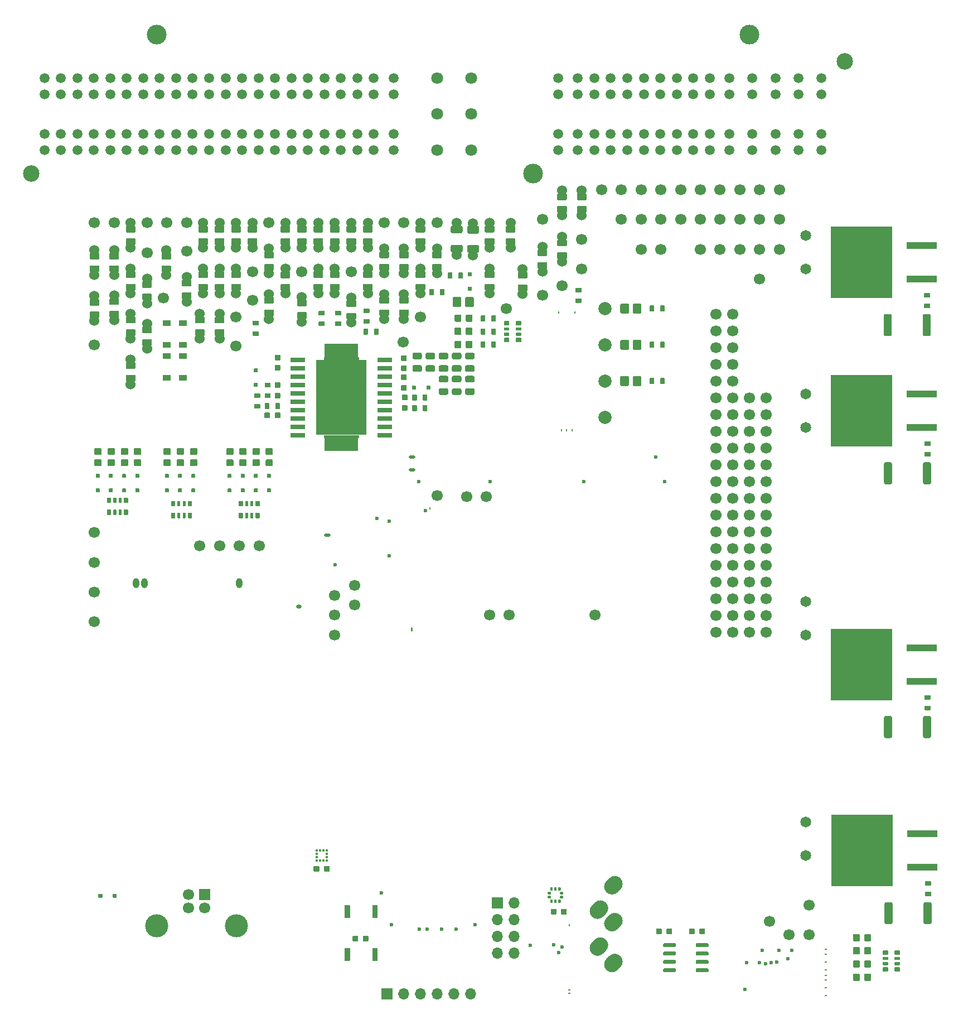
<source format=gts>
G04 #@! TF.GenerationSoftware,KiCad,Pcbnew,(5.99.0-10483-ga6ad7a4a70)*
G04 #@! TF.CreationDate,2021-09-12T02:07:26+03:00*
G04 #@! TF.ProjectId,hellen154hyundai,68656c6c-656e-4313-9534-6879756e6461,rev?*
G04 #@! TF.SameCoordinates,PX5f5e100PYc845880*
G04 #@! TF.FileFunction,Soldermask,Top*
G04 #@! TF.FilePolarity,Negative*
%FSLAX46Y46*%
G04 Gerber Fmt 4.6, Leading zero omitted, Abs format (unit mm)*
G04 Created by KiCad (PCBNEW (5.99.0-10483-ga6ad7a4a70)) date 2021-09-12 02:07:26*
%MOMM*%
%LPD*%
G01*
G04 APERTURE LIST*
%ADD10C,0.010000*%
%ADD11C,1.700000*%
%ADD12C,1.524000*%
%ADD13R,1.700000X1.700000*%
%ADD14O,1.700000X1.700000*%
%ADD15R,4.600000X1.100000*%
%ADD16R,9.400000X10.800000*%
%ADD17C,3.000000*%
%ADD18C,2.500000*%
%ADD19C,1.500000*%
%ADD20C,1.800000*%
%ADD21C,3.500000*%
%ADD22R,1.200000X0.900000*%
%ADD23R,2.200000X0.800000*%
%ADD24R,5.080000X2.032000*%
%ADD25R,7.620000X11.430000*%
%ADD26C,2.000000*%
%ADD27C,1.650000*%
%ADD28O,0.399999X0.200000*%
%ADD29C,0.599999*%
%ADD30O,1.000001X0.499999*%
%ADD31O,0.200000X0.499999*%
%ADD32R,0.350000X0.375000*%
%ADD33R,0.375000X0.350000*%
%ADD34O,0.250000X0.499999*%
%ADD35O,1.000001X1.500000*%
%ADD36O,0.800001X0.599999*%
%ADD37O,0.499999X0.250000*%
G04 APERTURE END LIST*
D10*
G04 #@! TO.C,U2*
X67641600Y103108150D02*
X67641600Y102689600D01*
X67641600Y102689600D02*
X62353140Y102689600D01*
X62353140Y102689600D02*
X62353140Y103108150D01*
X62353140Y103108150D02*
X67641600Y103108150D01*
G36*
X67641600Y102689600D02*
G01*
X62353140Y102689600D01*
X62353140Y103108150D01*
X67641600Y103108150D01*
X67641600Y102689600D01*
G37*
X67641600Y102689600D02*
X62353140Y102689600D01*
X62353140Y103108150D01*
X67641600Y103108150D01*
X67641600Y102689600D01*
X67641600Y91304550D02*
X67641600Y90904000D01*
X67641600Y90904000D02*
X62355680Y90904000D01*
X62355680Y90904000D02*
X62355680Y91304550D01*
X62355680Y91304550D02*
X67641600Y91304550D01*
G36*
X67641600Y90904000D02*
G01*
X62355680Y90904000D01*
X62355680Y91304550D01*
X67641600Y91304550D01*
X67641600Y90904000D01*
G37*
X67641600Y90904000D02*
X62355680Y90904000D01*
X62355680Y91304550D01*
X67641600Y91304550D01*
X67641600Y90904000D01*
G04 #@! TD*
G04 #@! TO.C,R70*
G36*
G01*
X78350000Y112610000D02*
X78350000Y113390000D01*
G75*
G02*
X78420000Y113460000I70000J0D01*
G01*
X78980000Y113460000D01*
G75*
G02*
X79050000Y113390000I0J-70000D01*
G01*
X79050000Y112610000D01*
G75*
G02*
X78980000Y112540000I-70000J0D01*
G01*
X78420000Y112540000D01*
G75*
G02*
X78350000Y112610000I0J70000D01*
G01*
G37*
G36*
G01*
X79950000Y112610000D02*
X79950000Y113390000D01*
G75*
G02*
X80020000Y113460000I70000J0D01*
G01*
X80580000Y113460000D01*
G75*
G02*
X80650000Y113390000I0J-70000D01*
G01*
X80650000Y112610000D01*
G75*
G02*
X80580000Y112540000I-70000J0D01*
G01*
X80020000Y112540000D01*
G75*
G02*
X79950000Y112610000I0J70000D01*
G01*
G37*
G04 #@! TD*
D11*
G04 #@! TO.C,P37*
X104500000Y128500000D03*
G04 #@! TD*
D12*
G04 #@! TO.C,R31*
X33000000Y105895000D03*
G36*
G01*
X33625000Y106349999D02*
X32375000Y106349999D01*
G75*
G02*
X32275000Y106449999I0J100000D01*
G01*
X32275000Y107249999D01*
G75*
G02*
X32375000Y107349999I100000J0D01*
G01*
X33625000Y107349999D01*
G75*
G02*
X33725000Y107249999I0J-100000D01*
G01*
X33725000Y106449999D01*
G75*
G02*
X33625000Y106349999I-100000J0D01*
G01*
G37*
X33000000Y109705000D03*
G36*
G01*
X33625000Y108250021D02*
X32375000Y108250021D01*
G75*
G02*
X32275000Y108350021I0J100000D01*
G01*
X32275000Y109150021D01*
G75*
G02*
X32375000Y109250021I100000J0D01*
G01*
X33625000Y109250021D01*
G75*
G02*
X33725000Y109150021I0J-100000D01*
G01*
X33725000Y108350021D01*
G75*
G02*
X33625000Y108250021I-100000J0D01*
G01*
G37*
G04 #@! TD*
G04 #@! TO.C,R66*
G36*
G01*
X154537500Y48425001D02*
X154537500Y45575001D01*
G75*
G02*
X154287500Y45325001I-250000J0D01*
G01*
X153562500Y45325001D01*
G75*
G02*
X153312500Y45575001I0J250000D01*
G01*
X153312500Y48425001D01*
G75*
G02*
X153562500Y48675001I250000J0D01*
G01*
X154287500Y48675001D01*
G75*
G02*
X154537500Y48425001I0J-250000D01*
G01*
G37*
G36*
G01*
X148612500Y48425001D02*
X148612500Y45575001D01*
G75*
G02*
X148362500Y45325001I-250000J0D01*
G01*
X147637500Y45325001D01*
G75*
G02*
X147387500Y45575001I0J250000D01*
G01*
X147387500Y48425001D01*
G75*
G02*
X147637500Y48675001I250000J0D01*
G01*
X148362500Y48675001D01*
G75*
G02*
X148612500Y48425001I0J-250000D01*
G01*
G37*
G04 #@! TD*
D11*
G04 #@! TO.C,P33*
X128500000Y119500000D03*
G04 #@! TD*
G04 #@! TO.C,P46*
X113500000Y124000000D03*
G04 #@! TD*
D13*
G04 #@! TO.C,J3*
X71880000Y6500000D03*
D14*
X74420000Y6500000D03*
X76960000Y6500000D03*
X79500000Y6500000D03*
X82040000Y6500000D03*
X84580000Y6500000D03*
G04 #@! TD*
D12*
G04 #@! TO.C,F1*
X85000000Y123450000D03*
G36*
G01*
X84100000Y122105010D02*
X84100000Y122795010D01*
G75*
G02*
X84330000Y123025010I230000J0D01*
G01*
X85670000Y123025010D01*
G75*
G02*
X85900000Y122795010I0J-230000D01*
G01*
X85900000Y122105010D01*
G75*
G02*
X85670000Y121875010I-230000J0D01*
G01*
X84330000Y121875010D01*
G75*
G02*
X84100000Y122105010I0J230000D01*
G01*
G37*
G36*
G01*
X84100000Y119204990D02*
X84100000Y119894990D01*
G75*
G02*
X84330000Y120124990I230000J0D01*
G01*
X85670000Y120124990D01*
G75*
G02*
X85900000Y119894990I0J-230000D01*
G01*
X85900000Y119204990D01*
G75*
G02*
X85670000Y118974990I-230000J0D01*
G01*
X84330000Y118974990D01*
G75*
G02*
X84100000Y119204990I0J230000D01*
G01*
G37*
X85000000Y118550000D03*
G04 #@! TD*
G04 #@! TO.C,C17*
G36*
G01*
X74160000Y103405002D02*
X74840000Y103405002D01*
G75*
G02*
X74925000Y103320002I0J-85000D01*
G01*
X74925000Y102640002D01*
G75*
G02*
X74840000Y102555002I-85000J0D01*
G01*
X74160000Y102555002D01*
G75*
G02*
X74075000Y102640002I0J85000D01*
G01*
X74075000Y103320002D01*
G75*
G02*
X74160000Y103405002I85000J0D01*
G01*
G37*
G36*
G01*
X74160000Y101825000D02*
X74840000Y101825000D01*
G75*
G02*
X74925000Y101740000I0J-85000D01*
G01*
X74925000Y101060000D01*
G75*
G02*
X74840000Y100975000I-85000J0D01*
G01*
X74160000Y100975000D01*
G75*
G02*
X74075000Y101060000I0J85000D01*
G01*
X74075000Y101740000D01*
G75*
G02*
X74160000Y101825000I85000J0D01*
G01*
G37*
G04 #@! TD*
D15*
G04 #@! TO.C,Q1*
X153225000Y25735000D03*
D16*
X144075000Y28275000D03*
D15*
X153225000Y30815000D03*
G04 #@! TD*
G04 #@! TO.C,R14*
G36*
G01*
X86150000Y106610000D02*
X86150000Y107390000D01*
G75*
G02*
X86220000Y107460000I70000J0D01*
G01*
X86780000Y107460000D01*
G75*
G02*
X86850000Y107390000I0J-70000D01*
G01*
X86850000Y106610000D01*
G75*
G02*
X86780000Y106540000I-70000J0D01*
G01*
X86220000Y106540000D01*
G75*
G02*
X86150000Y106610000I0J70000D01*
G01*
G37*
G36*
G01*
X87750000Y106610000D02*
X87750000Y107390000D01*
G75*
G02*
X87820000Y107460000I70000J0D01*
G01*
X88380000Y107460000D01*
G75*
G02*
X88450000Y107390000I0J-70000D01*
G01*
X88450000Y106610000D01*
G75*
G02*
X88380000Y106540000I-70000J0D01*
G01*
X87820000Y106540000D01*
G75*
G02*
X87750000Y106610000I0J70000D01*
G01*
G37*
G04 #@! TD*
D11*
G04 #@! TO.C,P53*
X122500000Y128500000D03*
G04 #@! TD*
G04 #@! TO.C,G9*
X126979999Y74110000D03*
X126979999Y76650000D03*
X126979999Y79190000D03*
X126979999Y81730000D03*
X126979999Y84270000D03*
X129519999Y74110000D03*
X129519999Y76650000D03*
X129519999Y79190000D03*
X129519999Y81730000D03*
X129519999Y84270000D03*
G04 #@! TD*
G04 #@! TO.C,R81*
G36*
G01*
X53350000Y95310000D02*
X53350000Y96090000D01*
G75*
G02*
X53420000Y96160000I70000J0D01*
G01*
X53980000Y96160000D01*
G75*
G02*
X54050000Y96090000I0J-70000D01*
G01*
X54050000Y95310000D01*
G75*
G02*
X53980000Y95240000I-70000J0D01*
G01*
X53420000Y95240000D01*
G75*
G02*
X53350000Y95310000I0J70000D01*
G01*
G37*
G36*
G01*
X54950000Y95310000D02*
X54950000Y96090000D01*
G75*
G02*
X55020000Y96160000I70000J0D01*
G01*
X55580000Y96160000D01*
G75*
G02*
X55650000Y96090000I0J-70000D01*
G01*
X55650000Y95310000D01*
G75*
G02*
X55580000Y95240000I-70000J0D01*
G01*
X55020000Y95240000D01*
G75*
G02*
X54950000Y95310000I0J70000D01*
G01*
G37*
G04 #@! TD*
G04 #@! TO.C,P14*
X79500000Y123505000D03*
G04 #@! TD*
G04 #@! TO.C,D13*
G36*
G01*
X29700000Y82660000D02*
X29700000Y83140000D01*
G75*
G02*
X29760000Y83200000I60000J0D01*
G01*
X30240000Y83200000D01*
G75*
G02*
X30300000Y83140000I0J-60000D01*
G01*
X30300000Y82660000D01*
G75*
G02*
X30240000Y82600000I-60000J0D01*
G01*
X29760000Y82600000D01*
G75*
G02*
X29700000Y82660000I0J60000D01*
G01*
G37*
G36*
G01*
X29700000Y84860000D02*
X29700000Y85340000D01*
G75*
G02*
X29760000Y85400000I60000J0D01*
G01*
X30240000Y85400000D01*
G75*
G02*
X30300000Y85340000I0J-60000D01*
G01*
X30300000Y84860000D01*
G75*
G02*
X30240000Y84800000I-60000J0D01*
G01*
X29760000Y84800000D01*
G75*
G02*
X29700000Y84860000I0J60000D01*
G01*
G37*
G04 #@! TD*
D17*
G04 #@! TO.C,P1*
X36912500Y152100000D03*
D18*
X141412500Y148000000D03*
D17*
X94112500Y131000000D03*
D18*
X17912500Y131000000D03*
D17*
X126912500Y152100000D03*
D19*
X137912500Y145500000D03*
X134412500Y145500000D03*
X130912500Y145500000D03*
X127412500Y145500000D03*
X123912500Y145500000D03*
X120912500Y145500000D03*
X118412500Y145500000D03*
X115912500Y145500000D03*
X113412500Y145500000D03*
X110912500Y145500000D03*
X108412500Y145500000D03*
X105912500Y145500000D03*
X103412500Y145500000D03*
X100912500Y145500000D03*
X97912500Y145500000D03*
X137912500Y143000000D03*
X134412500Y143000000D03*
X130912500Y143000000D03*
X127412500Y143000000D03*
X123912500Y143000000D03*
X120912500Y143000000D03*
X118412500Y143000000D03*
X115912500Y143000000D03*
X113412500Y143000000D03*
X110912500Y143000000D03*
X108412500Y143000000D03*
X105912500Y143000000D03*
X103412500Y143000000D03*
X100912500Y143000000D03*
X97912500Y143000000D03*
X137912500Y137000000D03*
X134412500Y137000000D03*
X130912500Y137000000D03*
X127412500Y137000000D03*
X123912500Y137000000D03*
X120912500Y137000000D03*
X118412500Y137000000D03*
X115912500Y137000000D03*
X113412500Y137000000D03*
X110912500Y137000000D03*
X108412500Y137000000D03*
X105912500Y137000000D03*
X103412500Y137000000D03*
X100912500Y137000000D03*
X97912500Y137000000D03*
X137912500Y134500000D03*
X134412500Y134500000D03*
X130912500Y134500000D03*
X127412500Y134500000D03*
X123912500Y134500000D03*
X120912500Y134500000D03*
X118412500Y134500000D03*
X115912500Y134500000D03*
X113412500Y134500000D03*
X110912500Y134500000D03*
X108412500Y134500000D03*
X105912500Y134500000D03*
X103412500Y134500000D03*
X100912500Y134500000D03*
X97912500Y134500000D03*
D20*
X84712500Y145500000D03*
X79512500Y145500000D03*
X84712500Y140000000D03*
X79512500Y140000000D03*
X84712500Y134500000D03*
X79512500Y134500000D03*
D19*
X72912500Y145500000D03*
X69912500Y145500000D03*
X67412500Y145500000D03*
X64912500Y145500000D03*
X62412500Y145500000D03*
X59912500Y145500000D03*
X57412500Y145500000D03*
X54912500Y145500000D03*
X52412500Y145500000D03*
X49912500Y145500000D03*
X47412500Y145500000D03*
X44912500Y145500000D03*
X42412500Y145500000D03*
X39912500Y145500000D03*
X37412500Y145500000D03*
X34912500Y145500000D03*
X32412500Y145500000D03*
X29912500Y145500000D03*
X27412500Y145500000D03*
X24912500Y145500000D03*
X22412500Y145500000D03*
X19912500Y145500000D03*
X72912500Y143000000D03*
X69912500Y143000000D03*
X67412500Y143000000D03*
X64912500Y143000000D03*
X62412500Y143000000D03*
X59912500Y143000000D03*
X57412500Y143000000D03*
X54912500Y143000000D03*
X52412500Y143000000D03*
X49912500Y143000000D03*
X47412500Y143000000D03*
X44912500Y143000000D03*
X42412500Y143000000D03*
X39912500Y143000000D03*
X37412500Y143000000D03*
X34912500Y143000000D03*
X32412500Y143000000D03*
X29912500Y143000000D03*
X27412500Y143000000D03*
X24912500Y143000000D03*
X22412500Y143000000D03*
X19912500Y143000000D03*
X72912500Y137000000D03*
X69912500Y137000000D03*
X67412500Y137000000D03*
X64912500Y137000000D03*
X62412500Y137000000D03*
X59912500Y137000000D03*
X57412500Y137000000D03*
X54912500Y137000000D03*
X52412500Y137000000D03*
X49912500Y137000000D03*
X47412500Y137000000D03*
X44912500Y137000000D03*
X42412500Y137000000D03*
X39912500Y137000000D03*
X37412500Y137000000D03*
X34912500Y137000000D03*
X32412500Y137000000D03*
X29912500Y137000000D03*
X27412500Y137000000D03*
X24912500Y137000000D03*
X22412500Y137000000D03*
X19912500Y137000000D03*
X72912500Y134500000D03*
X69912500Y134500000D03*
X67412500Y134500000D03*
X64912500Y134500000D03*
X62412500Y134500000D03*
X59912500Y134500000D03*
X57412500Y134500000D03*
X54912500Y134500000D03*
X52412500Y134500000D03*
X49912500Y134500000D03*
X47412500Y134500000D03*
X44912500Y134500000D03*
X42412500Y134500000D03*
X39912500Y134500000D03*
X37412500Y134500000D03*
X34912500Y134500000D03*
X32412500Y134500000D03*
X29912500Y134500000D03*
X27412500Y134500000D03*
X24912500Y134500000D03*
X22412500Y134500000D03*
X19912500Y134500000D03*
G04 #@! TD*
G04 #@! TO.C,R17*
G36*
G01*
X42125000Y111949999D02*
X40875000Y111949999D01*
G75*
G02*
X40775000Y112049999I0J100000D01*
G01*
X40775000Y112849999D01*
G75*
G02*
X40875000Y112949999I100000J0D01*
G01*
X42125000Y112949999D01*
G75*
G02*
X42225000Y112849999I0J-100000D01*
G01*
X42225000Y112049999D01*
G75*
G02*
X42125000Y111949999I-100000J0D01*
G01*
G37*
D12*
X41500000Y111495000D03*
X41500000Y115305000D03*
G36*
G01*
X42125000Y113850021D02*
X40875000Y113850021D01*
G75*
G02*
X40775000Y113950021I0J100000D01*
G01*
X40775000Y114750021D01*
G75*
G02*
X40875000Y114850021I100000J0D01*
G01*
X42125000Y114850021D01*
G75*
G02*
X42225000Y114750021I0J-100000D01*
G01*
X42225000Y113950021D01*
G75*
G02*
X42125000Y113850021I-100000J0D01*
G01*
G37*
G04 #@! TD*
G04 #@! TO.C,C5*
G36*
G01*
X117784999Y15660000D02*
X117784999Y16340000D01*
G75*
G02*
X117869999Y16425000I85000J0D01*
G01*
X118549999Y16425000D01*
G75*
G02*
X118634999Y16340000I0J-85000D01*
G01*
X118634999Y15660000D01*
G75*
G02*
X118549999Y15575000I-85000J0D01*
G01*
X117869999Y15575000D01*
G75*
G02*
X117784999Y15660000I0J85000D01*
G01*
G37*
G36*
G01*
X119365001Y15660000D02*
X119365001Y16340000D01*
G75*
G02*
X119450001Y16425000I85000J0D01*
G01*
X120130001Y16425000D01*
G75*
G02*
X120215001Y16340000I0J-85000D01*
G01*
X120215001Y15660000D01*
G75*
G02*
X120130001Y15575000I-85000J0D01*
G01*
X119450001Y15575000D01*
G75*
G02*
X119365001Y15660000I0J85000D01*
G01*
G37*
G04 #@! TD*
D11*
G04 #@! TO.C,P45*
X116500000Y128500000D03*
G04 #@! TD*
G04 #@! TO.C,R5*
G36*
G01*
X111800021Y110109999D02*
X111800021Y110889999D01*
G75*
G02*
X111870021Y110959999I70000J0D01*
G01*
X112430021Y110959999D01*
G75*
G02*
X112500021Y110889999I0J-70000D01*
G01*
X112500021Y110109999D01*
G75*
G02*
X112430021Y110039999I-70000J0D01*
G01*
X111870021Y110039999D01*
G75*
G02*
X111800021Y110109999I0J70000D01*
G01*
G37*
G36*
G01*
X113400021Y110109999D02*
X113400021Y110889999D01*
G75*
G02*
X113470021Y110959999I70000J0D01*
G01*
X114030021Y110959999D01*
G75*
G02*
X114100021Y110889999I0J-70000D01*
G01*
X114100021Y110109999D01*
G75*
G02*
X114030021Y110039999I-70000J0D01*
G01*
X113470021Y110039999D01*
G75*
G02*
X113400021Y110109999I0J70000D01*
G01*
G37*
G04 #@! TD*
D12*
G04 #@! TO.C,R30*
X35500000Y111295000D03*
G36*
G01*
X36125000Y111749999D02*
X34875000Y111749999D01*
G75*
G02*
X34775000Y111849999I0J100000D01*
G01*
X34775000Y112649999D01*
G75*
G02*
X34875000Y112749999I100000J0D01*
G01*
X36125000Y112749999D01*
G75*
G02*
X36225000Y112649999I0J-100000D01*
G01*
X36225000Y111849999D01*
G75*
G02*
X36125000Y111749999I-100000J0D01*
G01*
G37*
G36*
G01*
X36125000Y113650021D02*
X34875000Y113650021D01*
G75*
G02*
X34775000Y113750021I0J100000D01*
G01*
X34775000Y114550021D01*
G75*
G02*
X34875000Y114650021I100000J0D01*
G01*
X36125000Y114650021D01*
G75*
G02*
X36225000Y114550021I0J-100000D01*
G01*
X36225000Y113750021D01*
G75*
G02*
X36125000Y113650021I-100000J0D01*
G01*
G37*
X35500000Y115105000D03*
G04 #@! TD*
G04 #@! TO.C,R26*
G36*
G01*
X64625000Y113249999D02*
X63375000Y113249999D01*
G75*
G02*
X63275000Y113349999I0J100000D01*
G01*
X63275000Y114149999D01*
G75*
G02*
X63375000Y114249999I100000J0D01*
G01*
X64625000Y114249999D01*
G75*
G02*
X64725000Y114149999I0J-100000D01*
G01*
X64725000Y113349999D01*
G75*
G02*
X64625000Y113249999I-100000J0D01*
G01*
G37*
X64000000Y112795000D03*
G36*
G01*
X64625000Y115150021D02*
X63375000Y115150021D01*
G75*
G02*
X63275000Y115250021I0J100000D01*
G01*
X63275000Y116050021D01*
G75*
G02*
X63375000Y116150021I100000J0D01*
G01*
X64625000Y116150021D01*
G75*
G02*
X64725000Y116050021I0J-100000D01*
G01*
X64725000Y115250021D01*
G75*
G02*
X64625000Y115150021I-100000J0D01*
G01*
G37*
X64000000Y116605000D03*
G04 #@! TD*
D13*
G04 #@! TO.C,J40*
X44250000Y21577500D03*
D11*
X41750000Y21577500D03*
X41750000Y19577500D03*
X44250000Y19577500D03*
D21*
X49020000Y16867500D03*
X36980000Y16867500D03*
G04 #@! TD*
D11*
G04 #@! TO.C,P31*
X95500000Y112500000D03*
G04 #@! TD*
G04 #@! TO.C,U3*
G36*
G01*
X113840001Y13755000D02*
X113840001Y14055000D01*
G75*
G02*
X113990001Y14205000I150000J0D01*
G01*
X115640001Y14205000D01*
G75*
G02*
X115790001Y14055000I0J-150000D01*
G01*
X115790001Y13755000D01*
G75*
G02*
X115640001Y13605000I-150000J0D01*
G01*
X113990001Y13605000D01*
G75*
G02*
X113840001Y13755000I0J150000D01*
G01*
G37*
G36*
G01*
X113840001Y12485000D02*
X113840001Y12785000D01*
G75*
G02*
X113990001Y12935000I150000J0D01*
G01*
X115640001Y12935000D01*
G75*
G02*
X115790001Y12785000I0J-150000D01*
G01*
X115790001Y12485000D01*
G75*
G02*
X115640001Y12335000I-150000J0D01*
G01*
X113990001Y12335000D01*
G75*
G02*
X113840001Y12485000I0J150000D01*
G01*
G37*
G36*
G01*
X113840001Y11215000D02*
X113840001Y11515000D01*
G75*
G02*
X113990001Y11665000I150000J0D01*
G01*
X115640001Y11665000D01*
G75*
G02*
X115790001Y11515000I0J-150000D01*
G01*
X115790001Y11215000D01*
G75*
G02*
X115640001Y11065000I-150000J0D01*
G01*
X113990001Y11065000D01*
G75*
G02*
X113840001Y11215000I0J150000D01*
G01*
G37*
G36*
G01*
X113840001Y9945000D02*
X113840001Y10245000D01*
G75*
G02*
X113990001Y10395000I150000J0D01*
G01*
X115640001Y10395000D01*
G75*
G02*
X115790001Y10245000I0J-150000D01*
G01*
X115790001Y9945000D01*
G75*
G02*
X115640001Y9795000I-150000J0D01*
G01*
X113990001Y9795000D01*
G75*
G02*
X113840001Y9945000I0J150000D01*
G01*
G37*
G36*
G01*
X118790001Y9945000D02*
X118790001Y10245000D01*
G75*
G02*
X118940001Y10395000I150000J0D01*
G01*
X120590001Y10395000D01*
G75*
G02*
X120740001Y10245000I0J-150000D01*
G01*
X120740001Y9945000D01*
G75*
G02*
X120590001Y9795000I-150000J0D01*
G01*
X118940001Y9795000D01*
G75*
G02*
X118790001Y9945000I0J150000D01*
G01*
G37*
G36*
G01*
X118790001Y11215000D02*
X118790001Y11515000D01*
G75*
G02*
X118940001Y11665000I150000J0D01*
G01*
X120590001Y11665000D01*
G75*
G02*
X120740001Y11515000I0J-150000D01*
G01*
X120740001Y11215000D01*
G75*
G02*
X120590001Y11065000I-150000J0D01*
G01*
X118940001Y11065000D01*
G75*
G02*
X118790001Y11215000I0J150000D01*
G01*
G37*
G36*
G01*
X118790001Y12485000D02*
X118790001Y12785000D01*
G75*
G02*
X118940001Y12935000I150000J0D01*
G01*
X120590001Y12935000D01*
G75*
G02*
X120740001Y12785000I0J-150000D01*
G01*
X120740001Y12485000D01*
G75*
G02*
X120590001Y12335000I-150000J0D01*
G01*
X118940001Y12335000D01*
G75*
G02*
X118790001Y12485000I0J150000D01*
G01*
G37*
G36*
G01*
X118790001Y13755000D02*
X118790001Y14055000D01*
G75*
G02*
X118940001Y14205000I150000J0D01*
G01*
X120590001Y14205000D01*
G75*
G02*
X120740001Y14055000I0J-150000D01*
G01*
X120740001Y13755000D01*
G75*
G02*
X120590001Y13605000I-150000J0D01*
G01*
X118940001Y13605000D01*
G75*
G02*
X118790001Y13755000I0J150000D01*
G01*
G37*
G04 #@! TD*
G04 #@! TO.C,P25*
X116500000Y124000000D03*
G04 #@! TD*
G04 #@! TO.C,R67*
G36*
G01*
X154537500Y86925001D02*
X154537500Y84075001D01*
G75*
G02*
X154287500Y83825001I-250000J0D01*
G01*
X153562500Y83825001D01*
G75*
G02*
X153312500Y84075001I0J250000D01*
G01*
X153312500Y86925001D01*
G75*
G02*
X153562500Y87175001I250000J0D01*
G01*
X154287500Y87175001D01*
G75*
G02*
X154537500Y86925001I0J-250000D01*
G01*
G37*
G36*
G01*
X148612500Y86925001D02*
X148612500Y84075001D01*
G75*
G02*
X148362500Y83825001I-250000J0D01*
G01*
X147637500Y83825001D01*
G75*
G02*
X147387500Y84075001I0J250000D01*
G01*
X147387500Y86925001D01*
G75*
G02*
X147637500Y87175001I250000J0D01*
G01*
X148362500Y87175001D01*
G75*
G02*
X148612500Y86925001I0J-250000D01*
G01*
G37*
G04 #@! TD*
G04 #@! TO.C,P61*
X43500000Y74500000D03*
G04 #@! TD*
G04 #@! TO.C,P3*
X74400000Y105400000D03*
G04 #@! TD*
G04 #@! TO.C,D16*
G36*
G01*
X47600002Y89299999D02*
X48500002Y89299999D01*
G75*
G02*
X48600002Y89199999I0J-100000D01*
G01*
X48600002Y88399999D01*
G75*
G02*
X48500002Y88299999I-100000J0D01*
G01*
X47600002Y88299999D01*
G75*
G02*
X47500002Y88399999I0J100000D01*
G01*
X47500002Y89199999D01*
G75*
G02*
X47600002Y89299999I100000J0D01*
G01*
G37*
G36*
G01*
X47600002Y87599999D02*
X48500002Y87599999D01*
G75*
G02*
X48600002Y87499999I0J-100000D01*
G01*
X48600002Y86699999D01*
G75*
G02*
X48500002Y86599999I-100000J0D01*
G01*
X47600002Y86599999D01*
G75*
G02*
X47500002Y86699999I0J100000D01*
G01*
X47500002Y87499999D01*
G75*
G02*
X47600002Y87599999I100000J0D01*
G01*
G37*
G04 #@! TD*
G04 #@! TO.C,P68*
X67000000Y68500000D03*
G04 #@! TD*
D12*
G04 #@! TO.C,R52*
X46500000Y119695000D03*
G36*
G01*
X47125000Y120149999D02*
X45875000Y120149999D01*
G75*
G02*
X45775000Y120249999I0J100000D01*
G01*
X45775000Y121049999D01*
G75*
G02*
X45875000Y121149999I100000J0D01*
G01*
X47125000Y121149999D01*
G75*
G02*
X47225000Y121049999I0J-100000D01*
G01*
X47225000Y120249999D01*
G75*
G02*
X47125000Y120149999I-100000J0D01*
G01*
G37*
X46500000Y123505000D03*
G36*
G01*
X47125000Y122050021D02*
X45875000Y122050021D01*
G75*
G02*
X45775000Y122150021I0J100000D01*
G01*
X45775000Y122950021D01*
G75*
G02*
X45875000Y123050021I100000J0D01*
G01*
X47125000Y123050021D01*
G75*
G02*
X47225000Y122950021I0J-100000D01*
G01*
X47225000Y122150021D01*
G75*
G02*
X47125000Y122050021I-100000J0D01*
G01*
G37*
G04 #@! TD*
G04 #@! TO.C,R49*
G36*
G01*
X57125000Y113200000D02*
X55875000Y113200000D01*
G75*
G02*
X55775000Y113300000I0J100000D01*
G01*
X55775000Y114100000D01*
G75*
G02*
X55875000Y114200000I100000J0D01*
G01*
X57125000Y114200000D01*
G75*
G02*
X57225000Y114100000I0J-100000D01*
G01*
X57225000Y113300000D01*
G75*
G02*
X57125000Y113200000I-100000J0D01*
G01*
G37*
X56500000Y112745001D03*
X56500000Y116555001D03*
G36*
G01*
X57125000Y115100022D02*
X55875000Y115100022D01*
G75*
G02*
X55775000Y115200022I0J100000D01*
G01*
X55775000Y116000022D01*
G75*
G02*
X55875000Y116100022I100000J0D01*
G01*
X57125000Y116100022D01*
G75*
G02*
X57225000Y116000022I0J-100000D01*
G01*
X57225000Y115200022D01*
G75*
G02*
X57125000Y115100022I-100000J0D01*
G01*
G37*
G04 #@! TD*
G04 #@! TO.C,D27*
G36*
G01*
X82200001Y108600002D02*
X82200001Y109500002D01*
G75*
G02*
X82300001Y109600002I100000J0D01*
G01*
X83100001Y109600002D01*
G75*
G02*
X83200001Y109500002I0J-100000D01*
G01*
X83200001Y108600002D01*
G75*
G02*
X83100001Y108500002I-100000J0D01*
G01*
X82300001Y108500002D01*
G75*
G02*
X82200001Y108600002I0J100000D01*
G01*
G37*
G36*
G01*
X83900001Y108600002D02*
X83900001Y109500002D01*
G75*
G02*
X84000001Y109600002I100000J0D01*
G01*
X84800001Y109600002D01*
G75*
G02*
X84900001Y109500002I0J-100000D01*
G01*
X84900001Y108600002D01*
G75*
G02*
X84800001Y108500002I-100000J0D01*
G01*
X84000001Y108500002D01*
G75*
G02*
X83900001Y108600002I0J100000D01*
G01*
G37*
G04 #@! TD*
D11*
G04 #@! TO.C,P42*
X125500000Y124000000D03*
G04 #@! TD*
G04 #@! TO.C,R25*
G36*
G01*
X69625000Y113249999D02*
X68375000Y113249999D01*
G75*
G02*
X68275000Y113349999I0J100000D01*
G01*
X68275000Y114149999D01*
G75*
G02*
X68375000Y114249999I100000J0D01*
G01*
X69625000Y114249999D01*
G75*
G02*
X69725000Y114149999I0J-100000D01*
G01*
X69725000Y113349999D01*
G75*
G02*
X69625000Y113249999I-100000J0D01*
G01*
G37*
D12*
X69000000Y112795000D03*
X69000000Y116605000D03*
G36*
G01*
X69625000Y115150021D02*
X68375000Y115150021D01*
G75*
G02*
X68275000Y115250021I0J100000D01*
G01*
X68275000Y116050021D01*
G75*
G02*
X68375000Y116150021I100000J0D01*
G01*
X69625000Y116150021D01*
G75*
G02*
X69725000Y116050021I0J-100000D01*
G01*
X69725000Y115250021D01*
G75*
G02*
X69625000Y115150021I-100000J0D01*
G01*
G37*
G04 #@! TD*
G04 #@! TO.C,R62*
G36*
G01*
X153610000Y51850000D02*
X154390000Y51850000D01*
G75*
G02*
X154460000Y51780000I0J-70000D01*
G01*
X154460000Y51220000D01*
G75*
G02*
X154390000Y51150000I-70000J0D01*
G01*
X153610000Y51150000D01*
G75*
G02*
X153540000Y51220000I0J70000D01*
G01*
X153540000Y51780000D01*
G75*
G02*
X153610000Y51850000I70000J0D01*
G01*
G37*
G36*
G01*
X153610000Y50250000D02*
X154390000Y50250000D01*
G75*
G02*
X154460000Y50180000I0J-70000D01*
G01*
X154460000Y49620000D01*
G75*
G02*
X154390000Y49550000I-70000J0D01*
G01*
X153610000Y49550000D01*
G75*
G02*
X153540000Y49620000I0J70000D01*
G01*
X153540000Y50180000D01*
G75*
G02*
X153610000Y50250000I70000J0D01*
G01*
G37*
G04 #@! TD*
G04 #@! TO.C,C2*
G36*
G01*
X76025000Y103799999D02*
X76975000Y103799999D01*
G75*
G02*
X77225000Y103549999I0J-250000D01*
G01*
X77225000Y103049999D01*
G75*
G02*
X76975000Y102799999I-250000J0D01*
G01*
X76025000Y102799999D01*
G75*
G02*
X75775000Y103049999I0J250000D01*
G01*
X75775000Y103549999D01*
G75*
G02*
X76025000Y103799999I250000J0D01*
G01*
G37*
G36*
G01*
X76025000Y101899999D02*
X76975000Y101899999D01*
G75*
G02*
X77225000Y101649999I0J-250000D01*
G01*
X77225000Y101149999D01*
G75*
G02*
X76975000Y100899999I-250000J0D01*
G01*
X76025000Y100899999D01*
G75*
G02*
X75775000Y101149999I0J250000D01*
G01*
X75775000Y101649999D01*
G75*
G02*
X76025000Y101899999I250000J0D01*
G01*
G37*
G04 #@! TD*
G04 #@! TO.C,D26*
G36*
G01*
X82200001Y106600003D02*
X82200001Y107500003D01*
G75*
G02*
X82300001Y107600003I100000J0D01*
G01*
X83100001Y107600003D01*
G75*
G02*
X83200001Y107500003I0J-100000D01*
G01*
X83200001Y106600003D01*
G75*
G02*
X83100001Y106500003I-100000J0D01*
G01*
X82300001Y106500003D01*
G75*
G02*
X82200001Y106600003I0J100000D01*
G01*
G37*
G36*
G01*
X83900001Y106600003D02*
X83900001Y107500003D01*
G75*
G02*
X84000001Y107600003I100000J0D01*
G01*
X84800001Y107600003D01*
G75*
G02*
X84900001Y107500003I0J-100000D01*
G01*
X84900001Y106600003D01*
G75*
G02*
X84800001Y106500003I-100000J0D01*
G01*
X84000001Y106500003D01*
G75*
G02*
X83900001Y106600003I0J100000D01*
G01*
G37*
G04 #@! TD*
G04 #@! TO.C,R76*
G36*
G01*
X39125000Y78765000D02*
X39125000Y79435000D01*
G75*
G02*
X39190000Y79500000I65000J0D01*
G01*
X39710000Y79500000D01*
G75*
G02*
X39775000Y79435000I0J-65000D01*
G01*
X39775000Y78765000D01*
G75*
G02*
X39710000Y78700000I-65000J0D01*
G01*
X39190000Y78700000D01*
G75*
G02*
X39125000Y78765000I0J65000D01*
G01*
G37*
G36*
G01*
X40100000Y78745000D02*
X40100000Y79455000D01*
G75*
G02*
X40145000Y79500000I45000J0D01*
G01*
X40505000Y79500000D01*
G75*
G02*
X40550000Y79455000I0J-45000D01*
G01*
X40550000Y78745000D01*
G75*
G02*
X40505000Y78700000I-45000J0D01*
G01*
X40145000Y78700000D01*
G75*
G02*
X40100000Y78745000I0J45000D01*
G01*
G37*
G36*
G01*
X40900000Y78745000D02*
X40900000Y79455000D01*
G75*
G02*
X40945000Y79500000I45000J0D01*
G01*
X41305000Y79500000D01*
G75*
G02*
X41350000Y79455000I0J-45000D01*
G01*
X41350000Y78745000D01*
G75*
G02*
X41305000Y78700000I-45000J0D01*
G01*
X40945000Y78700000D01*
G75*
G02*
X40900000Y78745000I0J45000D01*
G01*
G37*
G36*
G01*
X41675000Y78765000D02*
X41675000Y79435000D01*
G75*
G02*
X41740000Y79500000I65000J0D01*
G01*
X42260000Y79500000D01*
G75*
G02*
X42325000Y79435000I0J-65000D01*
G01*
X42325000Y78765000D01*
G75*
G02*
X42260000Y78700000I-65000J0D01*
G01*
X41740000Y78700000D01*
G75*
G02*
X41675000Y78765000I0J65000D01*
G01*
G37*
G36*
G01*
X41675000Y80565000D02*
X41675000Y81235000D01*
G75*
G02*
X41740000Y81300000I65000J0D01*
G01*
X42260000Y81300000D01*
G75*
G02*
X42325000Y81235000I0J-65000D01*
G01*
X42325000Y80565000D01*
G75*
G02*
X42260000Y80500000I-65000J0D01*
G01*
X41740000Y80500000D01*
G75*
G02*
X41675000Y80565000I0J65000D01*
G01*
G37*
G36*
G01*
X40900000Y80545000D02*
X40900000Y81255000D01*
G75*
G02*
X40945000Y81300000I45000J0D01*
G01*
X41305000Y81300000D01*
G75*
G02*
X41350000Y81255000I0J-45000D01*
G01*
X41350000Y80545000D01*
G75*
G02*
X41305000Y80500000I-45000J0D01*
G01*
X40945000Y80500000D01*
G75*
G02*
X40900000Y80545000I0J45000D01*
G01*
G37*
G36*
G01*
X40100000Y80545000D02*
X40100000Y81255000D01*
G75*
G02*
X40145000Y81300000I45000J0D01*
G01*
X40505000Y81300000D01*
G75*
G02*
X40550000Y81255000I0J-45000D01*
G01*
X40550000Y80545000D01*
G75*
G02*
X40505000Y80500000I-45000J0D01*
G01*
X40145000Y80500000D01*
G75*
G02*
X40100000Y80545000I0J45000D01*
G01*
G37*
G36*
G01*
X39125000Y80565000D02*
X39125000Y81235000D01*
G75*
G02*
X39190000Y81300000I65000J0D01*
G01*
X39710000Y81300000D01*
G75*
G02*
X39775000Y81235000I0J-65000D01*
G01*
X39775000Y80565000D01*
G75*
G02*
X39710000Y80500000I-65000J0D01*
G01*
X39190000Y80500000D01*
G75*
G02*
X39125000Y80565000I0J65000D01*
G01*
G37*
G04 #@! TD*
D22*
G04 #@! TO.C,D4*
X40939195Y103330049D03*
X40939195Y100030049D03*
G04 #@! TD*
G04 #@! TO.C,R28*
G36*
G01*
X54625000Y109349999D02*
X53375000Y109349999D01*
G75*
G02*
X53275000Y109449999I0J100000D01*
G01*
X53275000Y110249999D01*
G75*
G02*
X53375000Y110349999I100000J0D01*
G01*
X54625000Y110349999D01*
G75*
G02*
X54725000Y110249999I0J-100000D01*
G01*
X54725000Y109449999D01*
G75*
G02*
X54625000Y109349999I-100000J0D01*
G01*
G37*
D12*
X54000000Y108895000D03*
X54000000Y112705000D03*
G36*
G01*
X54625000Y111250021D02*
X53375000Y111250021D01*
G75*
G02*
X53275000Y111350021I0J100000D01*
G01*
X53275000Y112150021D01*
G75*
G02*
X53375000Y112250021I100000J0D01*
G01*
X54625000Y112250021D01*
G75*
G02*
X54725000Y112150021I0J-100000D01*
G01*
X54725000Y111350021D01*
G75*
G02*
X54625000Y111250021I-100000J0D01*
G01*
G37*
G04 #@! TD*
D11*
G04 #@! TO.C,P24*
X122500000Y119500000D03*
G04 #@! TD*
D12*
G04 #@! TO.C,R18*
X35500000Y104395000D03*
G36*
G01*
X36125000Y104849999D02*
X34875000Y104849999D01*
G75*
G02*
X34775000Y104949999I0J100000D01*
G01*
X34775000Y105749999D01*
G75*
G02*
X34875000Y105849999I100000J0D01*
G01*
X36125000Y105849999D01*
G75*
G02*
X36225000Y105749999I0J-100000D01*
G01*
X36225000Y104949999D01*
G75*
G02*
X36125000Y104849999I-100000J0D01*
G01*
G37*
G36*
G01*
X36125000Y106750021D02*
X34875000Y106750021D01*
G75*
G02*
X34775000Y106850021I0J100000D01*
G01*
X34775000Y107650021D01*
G75*
G02*
X34875000Y107750021I100000J0D01*
G01*
X36125000Y107750021D01*
G75*
G02*
X36225000Y107650021I0J-100000D01*
G01*
X36225000Y106850021D01*
G75*
G02*
X36125000Y106750021I-100000J0D01*
G01*
G37*
X35500000Y108205000D03*
G04 #@! TD*
G04 #@! TO.C,R68*
G36*
G01*
X154500000Y109425000D02*
X154500000Y106575000D01*
G75*
G02*
X154250000Y106325000I-250000J0D01*
G01*
X153525000Y106325000D01*
G75*
G02*
X153275000Y106575000I0J250000D01*
G01*
X153275000Y109425000D01*
G75*
G02*
X153525000Y109675000I250000J0D01*
G01*
X154250000Y109675000D01*
G75*
G02*
X154500000Y109425000I0J-250000D01*
G01*
G37*
G36*
G01*
X148575000Y109425000D02*
X148575000Y106575000D01*
G75*
G02*
X148325000Y106325000I-250000J0D01*
G01*
X147600000Y106325000D01*
G75*
G02*
X147350000Y106575000I0J250000D01*
G01*
X147350000Y109425000D01*
G75*
G02*
X147600000Y109675000I250000J0D01*
G01*
X148325000Y109675000D01*
G75*
G02*
X148575000Y109425000I0J-250000D01*
G01*
G37*
G04 #@! TD*
G04 #@! TO.C,D6*
G36*
G01*
X27600002Y89299999D02*
X28500002Y89299999D01*
G75*
G02*
X28600002Y89199999I0J-100000D01*
G01*
X28600002Y88399999D01*
G75*
G02*
X28500002Y88299999I-100000J0D01*
G01*
X27600002Y88299999D01*
G75*
G02*
X27500002Y88399999I0J100000D01*
G01*
X27500002Y89199999D01*
G75*
G02*
X27600002Y89299999I100000J0D01*
G01*
G37*
G36*
G01*
X27600002Y87599999D02*
X28500002Y87599999D01*
G75*
G02*
X28600002Y87499999I0J-100000D01*
G01*
X28600002Y86699999D01*
G75*
G02*
X28500002Y86599999I-100000J0D01*
G01*
X27600002Y86599999D01*
G75*
G02*
X27500002Y86699999I0J100000D01*
G01*
X27500002Y87499999D01*
G75*
G02*
X27600002Y87599999I100000J0D01*
G01*
G37*
G04 #@! TD*
D23*
G04 #@! TO.C,U2*
X58400000Y102715000D03*
X58400000Y101445000D03*
X58400000Y100175000D03*
X58400000Y98905000D03*
X58400000Y97635000D03*
X58400000Y96365000D03*
X58400000Y95095000D03*
X58400000Y93825000D03*
X58400000Y92555000D03*
X58400000Y91285000D03*
X71600000Y91285000D03*
X71600000Y92555000D03*
X71600000Y93825000D03*
X71600000Y95095000D03*
X71600000Y96365000D03*
X71600000Y97635000D03*
X71600000Y98905000D03*
X71600000Y100175000D03*
X71600000Y101445000D03*
X71600000Y102715000D03*
D24*
X65000000Y104112000D03*
D25*
X65000000Y97000000D03*
D24*
X65000000Y89888000D03*
G04 #@! TD*
D11*
G04 #@! TO.C,G7*
X126980000Y86810001D03*
X126980000Y89350001D03*
X126980000Y91890001D03*
X126980000Y94430001D03*
X126980000Y96970001D03*
X129520000Y86810001D03*
X129520000Y89350001D03*
X129520000Y91890001D03*
X129520000Y94430001D03*
X129520000Y96970001D03*
G04 #@! TD*
G04 #@! TO.C,P77*
X90500000Y64000000D03*
G04 #@! TD*
G04 #@! TO.C,P10*
X27500000Y105000000D03*
G04 #@! TD*
G04 #@! TO.C,C19*
G36*
G01*
X96784999Y18660000D02*
X96784999Y19340000D01*
G75*
G02*
X96869999Y19425000I85000J0D01*
G01*
X97549999Y19425000D01*
G75*
G02*
X97634999Y19340000I0J-85000D01*
G01*
X97634999Y18660000D01*
G75*
G02*
X97549999Y18575000I-85000J0D01*
G01*
X96869999Y18575000D01*
G75*
G02*
X96784999Y18660000I0J85000D01*
G01*
G37*
G36*
G01*
X98365001Y18660000D02*
X98365001Y19340000D01*
G75*
G02*
X98450001Y19425000I85000J0D01*
G01*
X99130001Y19425000D01*
G75*
G02*
X99215001Y19340000I0J-85000D01*
G01*
X99215001Y18660000D01*
G75*
G02*
X99130001Y18575000I-85000J0D01*
G01*
X98450001Y18575000D01*
G75*
G02*
X98365001Y18660000I0J85000D01*
G01*
G37*
G04 #@! TD*
G04 #@! TO.C,P29*
X110500000Y124000000D03*
G04 #@! TD*
G04 #@! TO.C,P41*
X128500000Y124000000D03*
G04 #@! TD*
G04 #@! TO.C,P51*
X128500000Y128500000D03*
G04 #@! TD*
G04 #@! TO.C,R32*
G36*
G01*
X77625000Y120149999D02*
X76375000Y120149999D01*
G75*
G02*
X76275000Y120249999I0J100000D01*
G01*
X76275000Y121049999D01*
G75*
G02*
X76375000Y121149999I100000J0D01*
G01*
X77625000Y121149999D01*
G75*
G02*
X77725000Y121049999I0J-100000D01*
G01*
X77725000Y120249999D01*
G75*
G02*
X77625000Y120149999I-100000J0D01*
G01*
G37*
D12*
X77000000Y119695000D03*
G36*
G01*
X77625000Y122050021D02*
X76375000Y122050021D01*
G75*
G02*
X76275000Y122150021I0J100000D01*
G01*
X76275000Y122950021D01*
G75*
G02*
X76375000Y123050021I100000J0D01*
G01*
X77625000Y123050021D01*
G75*
G02*
X77725000Y122950021I0J-100000D01*
G01*
X77725000Y122150021D01*
G75*
G02*
X77625000Y122050021I-100000J0D01*
G01*
G37*
X77000000Y123505000D03*
G04 #@! TD*
D11*
G04 #@! TO.C,P44*
X119500000Y128500000D03*
G04 #@! TD*
G04 #@! TO.C,R77*
G36*
G01*
X78050000Y97390000D02*
X78050000Y96610000D01*
G75*
G02*
X77980000Y96540000I-70000J0D01*
G01*
X77420000Y96540000D01*
G75*
G02*
X77350000Y96610000I0J70000D01*
G01*
X77350000Y97390000D01*
G75*
G02*
X77420000Y97460000I70000J0D01*
G01*
X77980000Y97460000D01*
G75*
G02*
X78050000Y97390000I0J-70000D01*
G01*
G37*
G36*
G01*
X76450000Y97390000D02*
X76450000Y96610000D01*
G75*
G02*
X76380000Y96540000I-70000J0D01*
G01*
X75820000Y96540000D01*
G75*
G02*
X75750000Y96610000I0J70000D01*
G01*
X75750000Y97390000D01*
G75*
G02*
X75820000Y97460000I70000J0D01*
G01*
X76380000Y97460000D01*
G75*
G02*
X76450000Y97390000I0J-70000D01*
G01*
G37*
G04 #@! TD*
G04 #@! TO.C,R58*
G36*
G01*
X102125000Y125049999D02*
X100875000Y125049999D01*
G75*
G02*
X100775000Y125149999I0J100000D01*
G01*
X100775000Y125949999D01*
G75*
G02*
X100875000Y126049999I100000J0D01*
G01*
X102125000Y126049999D01*
G75*
G02*
X102225000Y125949999I0J-100000D01*
G01*
X102225000Y125149999D01*
G75*
G02*
X102125000Y125049999I-100000J0D01*
G01*
G37*
D12*
X101500000Y124595000D03*
X101500000Y128405000D03*
G36*
G01*
X102125000Y126950021D02*
X100875000Y126950021D01*
G75*
G02*
X100775000Y127050021I0J100000D01*
G01*
X100775000Y127850021D01*
G75*
G02*
X100875000Y127950021I100000J0D01*
G01*
X102125000Y127950021D01*
G75*
G02*
X102225000Y127850021I0J-100000D01*
G01*
X102225000Y127050021D01*
G75*
G02*
X102125000Y126950021I-100000J0D01*
G01*
G37*
G04 #@! TD*
G04 #@! TO.C,R11*
G36*
G01*
X57125000Y120149999D02*
X55875000Y120149999D01*
G75*
G02*
X55775000Y120249999I0J100000D01*
G01*
X55775000Y121049999D01*
G75*
G02*
X55875000Y121149999I100000J0D01*
G01*
X57125000Y121149999D01*
G75*
G02*
X57225000Y121049999I0J-100000D01*
G01*
X57225000Y120249999D01*
G75*
G02*
X57125000Y120149999I-100000J0D01*
G01*
G37*
X56500000Y119695000D03*
X56500000Y123505000D03*
G36*
G01*
X57125000Y122050021D02*
X55875000Y122050021D01*
G75*
G02*
X55775000Y122150021I0J100000D01*
G01*
X55775000Y122950021D01*
G75*
G02*
X55875000Y123050021I100000J0D01*
G01*
X57125000Y123050021D01*
G75*
G02*
X57225000Y122950021I0J-100000D01*
G01*
X57225000Y122150021D01*
G75*
G02*
X57125000Y122050021I-100000J0D01*
G01*
G37*
G04 #@! TD*
G04 #@! TO.C,D11*
G36*
G01*
X108650000Y111120000D02*
X108650000Y109880000D01*
G75*
G02*
X108520000Y109750000I-130000J0D01*
G01*
X107480000Y109750000D01*
G75*
G02*
X107350000Y109880000I0J130000D01*
G01*
X107350000Y111120000D01*
G75*
G02*
X107480000Y111250000I130000J0D01*
G01*
X108520000Y111250000D01*
G75*
G02*
X108650000Y111120000I0J-130000D01*
G01*
G37*
G36*
G01*
X110550021Y111120000D02*
X110550021Y109880000D01*
G75*
G02*
X110420021Y109750000I-130000J0D01*
G01*
X109380021Y109750000D01*
G75*
G02*
X109250021Y109880000I0J130000D01*
G01*
X109250021Y111120000D01*
G75*
G02*
X109380021Y111250000I130000J0D01*
G01*
X110420021Y111250000D01*
G75*
G02*
X110550021Y111120000I0J-130000D01*
G01*
G37*
G04 #@! TD*
D11*
G04 #@! TO.C,P13*
X35500000Y119000000D03*
G04 #@! TD*
G04 #@! TO.C,G5*
X121900000Y61410000D03*
X121900000Y63950000D03*
X121900000Y66490000D03*
X121900000Y69030000D03*
X121900000Y71570000D03*
X124440000Y61410000D03*
X124440000Y63950000D03*
X124440000Y66490000D03*
X124440000Y69030000D03*
X124440000Y71570000D03*
G04 #@! TD*
G04 #@! TO.C,R75*
G36*
G01*
X64890000Y107850000D02*
X64110000Y107850000D01*
G75*
G02*
X64040000Y107920000I0J70000D01*
G01*
X64040000Y108480000D01*
G75*
G02*
X64110000Y108550000I70000J0D01*
G01*
X64890000Y108550000D01*
G75*
G02*
X64960000Y108480000I0J-70000D01*
G01*
X64960000Y107920000D01*
G75*
G02*
X64890000Y107850000I-70000J0D01*
G01*
G37*
G36*
G01*
X64890000Y109450000D02*
X64110000Y109450000D01*
G75*
G02*
X64040000Y109520000I0J70000D01*
G01*
X64040000Y110080000D01*
G75*
G02*
X64110000Y110150000I70000J0D01*
G01*
X64890000Y110150000D01*
G75*
G02*
X64960000Y110080000I0J-70000D01*
G01*
X64960000Y109520000D01*
G75*
G02*
X64890000Y109450000I-70000J0D01*
G01*
G37*
G04 #@! TD*
G04 #@! TO.C,P56*
X136000000Y20000000D03*
G04 #@! TD*
G04 #@! TO.C,P7*
X59000000Y116100000D03*
G04 #@! TD*
G04 #@! TO.C,P23*
X128500000Y115000000D03*
G04 #@! TD*
G04 #@! TO.C,P21*
X30500000Y123500000D03*
G04 #@! TD*
G04 #@! TO.C,R10*
G36*
G01*
X59625000Y108949999D02*
X58375000Y108949999D01*
G75*
G02*
X58275000Y109049999I0J100000D01*
G01*
X58275000Y109849999D01*
G75*
G02*
X58375000Y109949999I100000J0D01*
G01*
X59625000Y109949999D01*
G75*
G02*
X59725000Y109849999I0J-100000D01*
G01*
X59725000Y109049999D01*
G75*
G02*
X59625000Y108949999I-100000J0D01*
G01*
G37*
D12*
X59000000Y108495000D03*
X59000000Y112305000D03*
G36*
G01*
X59625000Y110850021D02*
X58375000Y110850021D01*
G75*
G02*
X58275000Y110950021I0J100000D01*
G01*
X58275000Y111750021D01*
G75*
G02*
X58375000Y111850021I100000J0D01*
G01*
X59625000Y111850021D01*
G75*
G02*
X59725000Y111750021I0J-100000D01*
G01*
X59725000Y110950021D01*
G75*
G02*
X59625000Y110850021I-100000J0D01*
G01*
G37*
G04 #@! TD*
G04 #@! TO.C,D5*
G36*
G01*
X84200000Y113260000D02*
X84200000Y113740000D01*
G75*
G02*
X84260000Y113800000I60000J0D01*
G01*
X84740000Y113800000D01*
G75*
G02*
X84800000Y113740000I0J-60000D01*
G01*
X84800000Y113260000D01*
G75*
G02*
X84740000Y113200000I-60000J0D01*
G01*
X84260000Y113200000D01*
G75*
G02*
X84200000Y113260000I0J60000D01*
G01*
G37*
G36*
G01*
X84200000Y115460000D02*
X84200000Y115940000D01*
G75*
G02*
X84260000Y116000000I60000J0D01*
G01*
X84740000Y116000000D01*
G75*
G02*
X84800000Y115940000I0J-60000D01*
G01*
X84800000Y115460000D01*
G75*
G02*
X84740000Y115400000I-60000J0D01*
G01*
X84260000Y115400000D01*
G75*
G02*
X84200000Y115460000I0J60000D01*
G01*
G37*
G04 #@! TD*
D11*
G04 #@! TO.C,P66*
X46500000Y74500000D03*
G04 #@! TD*
D12*
G04 #@! TO.C,R44*
X27500000Y108595000D03*
G36*
G01*
X28125000Y109049999D02*
X26875000Y109049999D01*
G75*
G02*
X26775000Y109149999I0J100000D01*
G01*
X26775000Y109949999D01*
G75*
G02*
X26875000Y110049999I100000J0D01*
G01*
X28125000Y110049999D01*
G75*
G02*
X28225000Y109949999I0J-100000D01*
G01*
X28225000Y109149999D01*
G75*
G02*
X28125000Y109049999I-100000J0D01*
G01*
G37*
G36*
G01*
X28125000Y110950021D02*
X26875000Y110950021D01*
G75*
G02*
X26775000Y111050021I0J100000D01*
G01*
X26775000Y111850021D01*
G75*
G02*
X26875000Y111950021I100000J0D01*
G01*
X28125000Y111950021D01*
G75*
G02*
X28225000Y111850021I0J-100000D01*
G01*
X28225000Y111050021D01*
G75*
G02*
X28125000Y110950021I-100000J0D01*
G01*
G37*
X27500000Y112405000D03*
G04 #@! TD*
G04 #@! TO.C,R39*
G36*
G01*
X49625000Y113249999D02*
X48375000Y113249999D01*
G75*
G02*
X48275000Y113349999I0J100000D01*
G01*
X48275000Y114149999D01*
G75*
G02*
X48375000Y114249999I100000J0D01*
G01*
X49625000Y114249999D01*
G75*
G02*
X49725000Y114149999I0J-100000D01*
G01*
X49725000Y113349999D01*
G75*
G02*
X49625000Y113249999I-100000J0D01*
G01*
G37*
X49000000Y112795000D03*
G36*
G01*
X49625000Y115150021D02*
X48375000Y115150021D01*
G75*
G02*
X48275000Y115250021I0J100000D01*
G01*
X48275000Y116050021D01*
G75*
G02*
X48375000Y116150021I100000J0D01*
G01*
X49625000Y116150021D01*
G75*
G02*
X49725000Y116050021I0J-100000D01*
G01*
X49725000Y115250021D01*
G75*
G02*
X49625000Y115150021I-100000J0D01*
G01*
G37*
X49000000Y116605000D03*
G04 #@! TD*
G04 #@! TO.C,R43*
G36*
G01*
X33625000Y113249999D02*
X32375000Y113249999D01*
G75*
G02*
X32275000Y113349999I0J100000D01*
G01*
X32275000Y114149999D01*
G75*
G02*
X32375000Y114249999I100000J0D01*
G01*
X33625000Y114249999D01*
G75*
G02*
X33725000Y114149999I0J-100000D01*
G01*
X33725000Y113349999D01*
G75*
G02*
X33625000Y113249999I-100000J0D01*
G01*
G37*
X33000000Y112795000D03*
X33000000Y116605000D03*
G36*
G01*
X33625000Y115150021D02*
X32375000Y115150021D01*
G75*
G02*
X32275000Y115250021I0J100000D01*
G01*
X32275000Y116050021D01*
G75*
G02*
X32375000Y116150021I100000J0D01*
G01*
X33625000Y116150021D01*
G75*
G02*
X33725000Y116050021I0J-100000D01*
G01*
X33725000Y115250021D01*
G75*
G02*
X33625000Y115150021I-100000J0D01*
G01*
G37*
G04 #@! TD*
G04 #@! TO.C,R4*
X87500000Y119690000D03*
G36*
G01*
X88125000Y120144999D02*
X86875000Y120144999D01*
G75*
G02*
X86775000Y120244999I0J100000D01*
G01*
X86775000Y121044999D01*
G75*
G02*
X86875000Y121144999I100000J0D01*
G01*
X88125000Y121144999D01*
G75*
G02*
X88225000Y121044999I0J-100000D01*
G01*
X88225000Y120244999D01*
G75*
G02*
X88125000Y120144999I-100000J0D01*
G01*
G37*
G36*
G01*
X88125000Y122045021D02*
X86875000Y122045021D01*
G75*
G02*
X86775000Y122145021I0J100000D01*
G01*
X86775000Y122945021D01*
G75*
G02*
X86875000Y123045021I100000J0D01*
G01*
X88125000Y123045021D01*
G75*
G02*
X88225000Y122945021I0J-100000D01*
G01*
X88225000Y122145021D01*
G75*
G02*
X88125000Y122045021I-100000J0D01*
G01*
G37*
X87500000Y123500000D03*
G04 #@! TD*
G04 #@! TO.C,R12*
G36*
G01*
X47125000Y106349999D02*
X45875000Y106349999D01*
G75*
G02*
X45775000Y106449999I0J100000D01*
G01*
X45775000Y107249999D01*
G75*
G02*
X45875000Y107349999I100000J0D01*
G01*
X47125000Y107349999D01*
G75*
G02*
X47225000Y107249999I0J-100000D01*
G01*
X47225000Y106449999D01*
G75*
G02*
X47125000Y106349999I-100000J0D01*
G01*
G37*
X46500000Y105895000D03*
G36*
G01*
X47125000Y108250021D02*
X45875000Y108250021D01*
G75*
G02*
X45775000Y108350021I0J100000D01*
G01*
X45775000Y109150021D01*
G75*
G02*
X45875000Y109250021I100000J0D01*
G01*
X47125000Y109250021D01*
G75*
G02*
X47225000Y109150021I0J-100000D01*
G01*
X47225000Y108350021D01*
G75*
G02*
X47125000Y108250021I-100000J0D01*
G01*
G37*
X46500000Y109705000D03*
G04 #@! TD*
D11*
G04 #@! TO.C,P18*
X41500000Y123500000D03*
G04 #@! TD*
D15*
G04 #@! TO.C,Q2*
X153149999Y53960000D03*
D16*
X143999999Y56500000D03*
D15*
X153149999Y59040000D03*
G04 #@! TD*
G04 #@! TO.C,R19*
G36*
G01*
X33625000Y99449999D02*
X32375000Y99449999D01*
G75*
G02*
X32275000Y99549999I0J100000D01*
G01*
X32275000Y100349999D01*
G75*
G02*
X32375000Y100449999I100000J0D01*
G01*
X33625000Y100449999D01*
G75*
G02*
X33725000Y100349999I0J-100000D01*
G01*
X33725000Y99549999D01*
G75*
G02*
X33625000Y99449999I-100000J0D01*
G01*
G37*
D12*
X33000000Y98995000D03*
X33000000Y102805000D03*
G36*
G01*
X33625000Y101350021D02*
X32375000Y101350021D01*
G75*
G02*
X32275000Y101450021I0J100000D01*
G01*
X32275000Y102250021D01*
G75*
G02*
X32375000Y102350021I100000J0D01*
G01*
X33625000Y102350021D01*
G75*
G02*
X33725000Y102250021I0J-100000D01*
G01*
X33725000Y101450021D01*
G75*
G02*
X33625000Y101350021I-100000J0D01*
G01*
G37*
G04 #@! TD*
D11*
G04 #@! TO.C,P27*
X113500000Y119500000D03*
G04 #@! TD*
D26*
G04 #@! TO.C,J20*
X105000000Y105000000D03*
G04 #@! TD*
G04 #@! TO.C,D10*
G36*
G01*
X83800021Y110880000D02*
X83800021Y112120000D01*
G75*
G02*
X83930021Y112250000I130000J0D01*
G01*
X84970021Y112250000D01*
G75*
G02*
X85100021Y112120000I0J-130000D01*
G01*
X85100021Y110880000D01*
G75*
G02*
X84970021Y110750000I-130000J0D01*
G01*
X83930021Y110750000D01*
G75*
G02*
X83800021Y110880000I0J130000D01*
G01*
G37*
G36*
G01*
X81900000Y110880000D02*
X81900000Y112120000D01*
G75*
G02*
X82030000Y112250000I130000J0D01*
G01*
X83070000Y112250000D01*
G75*
G02*
X83200000Y112120000I0J-130000D01*
G01*
X83200000Y110880000D01*
G75*
G02*
X83070000Y110750000I-130000J0D01*
G01*
X82030000Y110750000D01*
G75*
G02*
X81900000Y110880000I0J130000D01*
G01*
G37*
G04 #@! TD*
D11*
G04 #@! TO.C,P50*
X131500000Y128500000D03*
G04 #@! TD*
G04 #@! TO.C,R79*
G36*
G01*
X78050001Y95790000D02*
X78050001Y95010000D01*
G75*
G02*
X77980001Y94940000I-70000J0D01*
G01*
X77420001Y94940000D01*
G75*
G02*
X77350001Y95010000I0J70000D01*
G01*
X77350001Y95790000D01*
G75*
G02*
X77420001Y95860000I70000J0D01*
G01*
X77980001Y95860000D01*
G75*
G02*
X78050001Y95790000I0J-70000D01*
G01*
G37*
G36*
G01*
X76450001Y95790000D02*
X76450001Y95010000D01*
G75*
G02*
X76380001Y94940000I-70000J0D01*
G01*
X75820001Y94940000D01*
G75*
G02*
X75750001Y95010000I0J70000D01*
G01*
X75750001Y95790000D01*
G75*
G02*
X75820001Y95860000I70000J0D01*
G01*
X76380001Y95860000D01*
G75*
G02*
X76450001Y95790000I0J-70000D01*
G01*
G37*
G04 #@! TD*
G04 #@! TO.C,R20*
G36*
G01*
X31125000Y109149999D02*
X29875000Y109149999D01*
G75*
G02*
X29775000Y109249999I0J100000D01*
G01*
X29775000Y110049999D01*
G75*
G02*
X29875000Y110149999I100000J0D01*
G01*
X31125000Y110149999D01*
G75*
G02*
X31225000Y110049999I0J-100000D01*
G01*
X31225000Y109249999D01*
G75*
G02*
X31125000Y109149999I-100000J0D01*
G01*
G37*
D12*
X30500000Y108695000D03*
G36*
G01*
X31125000Y111050021D02*
X29875000Y111050021D01*
G75*
G02*
X29775000Y111150021I0J100000D01*
G01*
X29775000Y111950021D01*
G75*
G02*
X29875000Y112050021I100000J0D01*
G01*
X31125000Y112050021D01*
G75*
G02*
X31225000Y111950021I0J-100000D01*
G01*
X31225000Y111150021D01*
G75*
G02*
X31125000Y111050021I-100000J0D01*
G01*
G37*
X30500000Y112505000D03*
G04 #@! TD*
G04 #@! TO.C,R15*
G36*
G01*
X86150000Y108610000D02*
X86150000Y109390000D01*
G75*
G02*
X86220000Y109460000I70000J0D01*
G01*
X86780000Y109460000D01*
G75*
G02*
X86850000Y109390000I0J-70000D01*
G01*
X86850000Y108610000D01*
G75*
G02*
X86780000Y108540000I-70000J0D01*
G01*
X86220000Y108540000D01*
G75*
G02*
X86150000Y108610000I0J70000D01*
G01*
G37*
G36*
G01*
X87750000Y108610000D02*
X87750000Y109390000D01*
G75*
G02*
X87820000Y109460000I70000J0D01*
G01*
X88380000Y109460000D01*
G75*
G02*
X88450000Y109390000I0J-70000D01*
G01*
X88450000Y108610000D01*
G75*
G02*
X88380000Y108540000I-70000J0D01*
G01*
X87820000Y108540000D01*
G75*
G02*
X87750000Y108610000I0J70000D01*
G01*
G37*
G04 #@! TD*
G04 #@! TO.C,C12*
G36*
G01*
X78025000Y103799999D02*
X78975000Y103799999D01*
G75*
G02*
X79225000Y103549999I0J-250000D01*
G01*
X79225000Y103049999D01*
G75*
G02*
X78975000Y102799999I-250000J0D01*
G01*
X78025000Y102799999D01*
G75*
G02*
X77775000Y103049999I0J250000D01*
G01*
X77775000Y103549999D01*
G75*
G02*
X78025000Y103799999I250000J0D01*
G01*
G37*
G36*
G01*
X78025000Y101899999D02*
X78975000Y101899999D01*
G75*
G02*
X79225000Y101649999I0J-250000D01*
G01*
X79225000Y101149999D01*
G75*
G02*
X78975000Y100899999I-250000J0D01*
G01*
X78025000Y100899999D01*
G75*
G02*
X77775000Y101149999I0J250000D01*
G01*
X77775000Y101649999D01*
G75*
G02*
X78025000Y101899999I250000J0D01*
G01*
G37*
G04 #@! TD*
D11*
G04 #@! TO.C,P59*
X136000000Y15500000D03*
G04 #@! TD*
G04 #@! TO.C,P62*
X27500000Y63000000D03*
G04 #@! TD*
D26*
G04 #@! TO.C,J21*
X105000000Y99500000D03*
G04 #@! TD*
G04 #@! TO.C,D19*
G36*
G01*
X53600002Y89299999D02*
X54500002Y89299999D01*
G75*
G02*
X54600002Y89199999I0J-100000D01*
G01*
X54600002Y88399999D01*
G75*
G02*
X54500002Y88299999I-100000J0D01*
G01*
X53600002Y88299999D01*
G75*
G02*
X53500002Y88399999I0J100000D01*
G01*
X53500002Y89199999D01*
G75*
G02*
X53600002Y89299999I100000J0D01*
G01*
G37*
G36*
G01*
X53600002Y87599999D02*
X54500002Y87599999D01*
G75*
G02*
X54600002Y87499999I0J-100000D01*
G01*
X54600002Y86699999D01*
G75*
G02*
X54500002Y86599999I-100000J0D01*
G01*
X53600002Y86599999D01*
G75*
G02*
X53500002Y86699999I0J100000D01*
G01*
X53500002Y87499999D01*
G75*
G02*
X53600002Y87599999I100000J0D01*
G01*
G37*
G04 #@! TD*
G04 #@! TO.C,D28*
G36*
G01*
X142700001Y10600002D02*
X142700001Y11500002D01*
G75*
G02*
X142800001Y11600002I100000J0D01*
G01*
X143600001Y11600002D01*
G75*
G02*
X143700001Y11500002I0J-100000D01*
G01*
X143700001Y10600002D01*
G75*
G02*
X143600001Y10500002I-100000J0D01*
G01*
X142800001Y10500002D01*
G75*
G02*
X142700001Y10600002I0J100000D01*
G01*
G37*
G36*
G01*
X144400001Y10600002D02*
X144400001Y11500002D01*
G75*
G02*
X144500001Y11600002I100000J0D01*
G01*
X145300001Y11600002D01*
G75*
G02*
X145400001Y11500002I0J-100000D01*
G01*
X145400001Y10600002D01*
G75*
G02*
X145300001Y10500002I-100000J0D01*
G01*
X144500001Y10500002D01*
G75*
G02*
X144400001Y10600002I0J100000D01*
G01*
G37*
G04 #@! TD*
D11*
G04 #@! TO.C,G10*
X121900000Y99510000D03*
X121900000Y102050000D03*
X121900000Y104590000D03*
X121900000Y107130000D03*
X121900000Y109670000D03*
X124440000Y99510000D03*
X124440000Y102050000D03*
X124440000Y104590000D03*
X124440000Y107130000D03*
X124440000Y109670000D03*
G04 #@! TD*
G04 #@! TO.C,C9*
G36*
G01*
X74940000Y94994998D02*
X74260000Y94994998D01*
G75*
G02*
X74175000Y95079998I0J85000D01*
G01*
X74175000Y95759998D01*
G75*
G02*
X74260000Y95844998I85000J0D01*
G01*
X74940000Y95844998D01*
G75*
G02*
X75025000Y95759998I0J-85000D01*
G01*
X75025000Y95079998D01*
G75*
G02*
X74940000Y94994998I-85000J0D01*
G01*
G37*
G36*
G01*
X74940000Y96575000D02*
X74260000Y96575000D01*
G75*
G02*
X74175000Y96660000I0J85000D01*
G01*
X74175000Y97340000D01*
G75*
G02*
X74260000Y97425000I85000J0D01*
G01*
X74940000Y97425000D01*
G75*
G02*
X75025000Y97340000I0J-85000D01*
G01*
X75025000Y96660000D01*
G75*
G02*
X74940000Y96575000I-85000J0D01*
G01*
G37*
G04 #@! TD*
G04 #@! TO.C,D24*
G36*
G01*
X30838502Y21112502D02*
X30358502Y21112502D01*
G75*
G02*
X30298502Y21172502I0J60000D01*
G01*
X30298502Y21652502D01*
G75*
G02*
X30358502Y21712502I60000J0D01*
G01*
X30838502Y21712502D01*
G75*
G02*
X30898502Y21652502I0J-60000D01*
G01*
X30898502Y21172502D01*
G75*
G02*
X30838502Y21112502I-60000J0D01*
G01*
G37*
G36*
G01*
X28638502Y21112502D02*
X28158502Y21112502D01*
G75*
G02*
X28098502Y21172502I0J60000D01*
G01*
X28098502Y21652502D01*
G75*
G02*
X28158502Y21712502I60000J0D01*
G01*
X28638502Y21712502D01*
G75*
G02*
X28698502Y21652502I0J-60000D01*
G01*
X28698502Y21172502D01*
G75*
G02*
X28638502Y21112502I-60000J0D01*
G01*
G37*
G04 #@! TD*
G04 #@! TO.C,R2*
G36*
G01*
X83449999Y115890000D02*
X83449999Y115110000D01*
G75*
G02*
X83379999Y115040000I-70000J0D01*
G01*
X82819999Y115040000D01*
G75*
G02*
X82749999Y115110000I0J70000D01*
G01*
X82749999Y115890000D01*
G75*
G02*
X82819999Y115960000I70000J0D01*
G01*
X83379999Y115960000D01*
G75*
G02*
X83449999Y115890000I0J-70000D01*
G01*
G37*
G36*
G01*
X81849999Y115890000D02*
X81849999Y115110000D01*
G75*
G02*
X81779999Y115040000I-70000J0D01*
G01*
X81219999Y115040000D01*
G75*
G02*
X81149999Y115110000I0J70000D01*
G01*
X81149999Y115890000D01*
G75*
G02*
X81219999Y115960000I70000J0D01*
G01*
X81779999Y115960000D01*
G75*
G02*
X81849999Y115890000I0J-70000D01*
G01*
G37*
G04 #@! TD*
G04 #@! TO.C,G4*
X121900000Y74110000D03*
X121900000Y76650000D03*
X121900000Y79190000D03*
X121900000Y81730000D03*
X121900000Y84270000D03*
X124440000Y74110000D03*
X124440000Y76650000D03*
X124440000Y79190000D03*
X124440000Y81730000D03*
X124440000Y84270000D03*
G04 #@! TD*
D22*
G04 #@! TO.C,D25*
X38439195Y103330049D03*
X38439195Y100030049D03*
G04 #@! TD*
G04 #@! TO.C,S1*
G36*
G01*
X65499999Y18080000D02*
X65499999Y19920000D01*
G75*
G02*
X65579999Y20000000I80000J0D01*
G01*
X66219999Y20000000D01*
G75*
G02*
X66299999Y19920000I0J-80000D01*
G01*
X66299999Y18080000D01*
G75*
G02*
X66219999Y18000000I-80000J0D01*
G01*
X65579999Y18000000D01*
G75*
G02*
X65499999Y18080000I0J80000D01*
G01*
G37*
G36*
G01*
X69700000Y18080000D02*
X69700000Y19920000D01*
G75*
G02*
X69780000Y20000000I80000J0D01*
G01*
X70420000Y20000000D01*
G75*
G02*
X70500000Y19920000I0J-80000D01*
G01*
X70500000Y18080000D01*
G75*
G02*
X70420000Y18000000I-80000J0D01*
G01*
X69780000Y18000000D01*
G75*
G02*
X69700000Y18080000I0J80000D01*
G01*
G37*
G04 #@! TD*
D11*
G04 #@! TO.C,P12*
X41500000Y119200000D03*
G04 #@! TD*
D27*
G04 #@! TO.C,F6*
X135500000Y121580000D03*
X135500000Y116500000D03*
G04 #@! TD*
G04 #@! TO.C,R1*
G36*
G01*
X149735000Y9900000D02*
X149065000Y9900000D01*
G75*
G02*
X149000000Y9965000I0J65000D01*
G01*
X149000000Y10485000D01*
G75*
G02*
X149065000Y10550000I65000J0D01*
G01*
X149735000Y10550000D01*
G75*
G02*
X149800000Y10485000I0J-65000D01*
G01*
X149800000Y9965000D01*
G75*
G02*
X149735000Y9900000I-65000J0D01*
G01*
G37*
G36*
G01*
X149755000Y10875000D02*
X149045000Y10875000D01*
G75*
G02*
X149000000Y10920000I0J45000D01*
G01*
X149000000Y11280000D01*
G75*
G02*
X149045000Y11325000I45000J0D01*
G01*
X149755000Y11325000D01*
G75*
G02*
X149800000Y11280000I0J-45000D01*
G01*
X149800000Y10920000D01*
G75*
G02*
X149755000Y10875000I-45000J0D01*
G01*
G37*
G36*
G01*
X149755000Y11675000D02*
X149045000Y11675000D01*
G75*
G02*
X149000000Y11720000I0J45000D01*
G01*
X149000000Y12080000D01*
G75*
G02*
X149045000Y12125000I45000J0D01*
G01*
X149755000Y12125000D01*
G75*
G02*
X149800000Y12080000I0J-45000D01*
G01*
X149800000Y11720000D01*
G75*
G02*
X149755000Y11675000I-45000J0D01*
G01*
G37*
G36*
G01*
X149735000Y12450000D02*
X149065000Y12450000D01*
G75*
G02*
X149000000Y12515000I0J65000D01*
G01*
X149000000Y13035000D01*
G75*
G02*
X149065000Y13100000I65000J0D01*
G01*
X149735000Y13100000D01*
G75*
G02*
X149800000Y13035000I0J-65000D01*
G01*
X149800000Y12515000D01*
G75*
G02*
X149735000Y12450000I-65000J0D01*
G01*
G37*
G36*
G01*
X147935000Y12450000D02*
X147265000Y12450000D01*
G75*
G02*
X147200000Y12515000I0J65000D01*
G01*
X147200000Y13035000D01*
G75*
G02*
X147265000Y13100000I65000J0D01*
G01*
X147935000Y13100000D01*
G75*
G02*
X148000000Y13035000I0J-65000D01*
G01*
X148000000Y12515000D01*
G75*
G02*
X147935000Y12450000I-65000J0D01*
G01*
G37*
G36*
G01*
X147955000Y11675000D02*
X147245000Y11675000D01*
G75*
G02*
X147200000Y11720000I0J45000D01*
G01*
X147200000Y12080000D01*
G75*
G02*
X147245000Y12125000I45000J0D01*
G01*
X147955000Y12125000D01*
G75*
G02*
X148000000Y12080000I0J-45000D01*
G01*
X148000000Y11720000D01*
G75*
G02*
X147955000Y11675000I-45000J0D01*
G01*
G37*
G36*
G01*
X147955000Y10875000D02*
X147245000Y10875000D01*
G75*
G02*
X147200000Y10920000I0J45000D01*
G01*
X147200000Y11280000D01*
G75*
G02*
X147245000Y11325000I45000J0D01*
G01*
X147955000Y11325000D01*
G75*
G02*
X148000000Y11280000I0J-45000D01*
G01*
X148000000Y10920000D01*
G75*
G02*
X147955000Y10875000I-45000J0D01*
G01*
G37*
G36*
G01*
X147935000Y9900000D02*
X147265000Y9900000D01*
G75*
G02*
X147200000Y9965000I0J65000D01*
G01*
X147200000Y10485000D01*
G75*
G02*
X147265000Y10550000I65000J0D01*
G01*
X147935000Y10550000D01*
G75*
G02*
X148000000Y10485000I0J-65000D01*
G01*
X148000000Y9965000D01*
G75*
G02*
X147935000Y9900000I-65000J0D01*
G01*
G37*
G04 #@! TD*
D12*
G04 #@! TO.C,R35*
X61500000Y112795000D03*
G36*
G01*
X62125000Y113249999D02*
X60875000Y113249999D01*
G75*
G02*
X60775000Y113349999I0J100000D01*
G01*
X60775000Y114149999D01*
G75*
G02*
X60875000Y114249999I100000J0D01*
G01*
X62125000Y114249999D01*
G75*
G02*
X62225000Y114149999I0J-100000D01*
G01*
X62225000Y113349999D01*
G75*
G02*
X62125000Y113249999I-100000J0D01*
G01*
G37*
G36*
G01*
X62125000Y115150021D02*
X60875000Y115150021D01*
G75*
G02*
X60775000Y115250021I0J100000D01*
G01*
X60775000Y116050021D01*
G75*
G02*
X60875000Y116150021I100000J0D01*
G01*
X62125000Y116150021D01*
G75*
G02*
X62225000Y116050021I0J-100000D01*
G01*
X62225000Y115250021D01*
G75*
G02*
X62125000Y115150021I-100000J0D01*
G01*
G37*
X61500000Y116605000D03*
G04 #@! TD*
D27*
G04 #@! TO.C,F4*
X135500000Y66080000D03*
X135500000Y61000000D03*
G04 #@! TD*
D12*
G04 #@! TO.C,R21*
X30500000Y115595000D03*
G36*
G01*
X31125000Y116049999D02*
X29875000Y116049999D01*
G75*
G02*
X29775000Y116149999I0J100000D01*
G01*
X29775000Y116949999D01*
G75*
G02*
X29875000Y117049999I100000J0D01*
G01*
X31125000Y117049999D01*
G75*
G02*
X31225000Y116949999I0J-100000D01*
G01*
X31225000Y116149999D01*
G75*
G02*
X31125000Y116049999I-100000J0D01*
G01*
G37*
X30500000Y119405000D03*
G36*
G01*
X31125000Y117950021D02*
X29875000Y117950021D01*
G75*
G02*
X29775000Y118050021I0J100000D01*
G01*
X29775000Y118850021D01*
G75*
G02*
X29875000Y118950021I100000J0D01*
G01*
X31125000Y118950021D01*
G75*
G02*
X31225000Y118850021I0J-100000D01*
G01*
X31225000Y118050021D01*
G75*
G02*
X31125000Y117950021I-100000J0D01*
G01*
G37*
G04 #@! TD*
G04 #@! TO.C,R29*
X43500000Y105895000D03*
G36*
G01*
X44125000Y106349999D02*
X42875000Y106349999D01*
G75*
G02*
X42775000Y106449999I0J100000D01*
G01*
X42775000Y107249999D01*
G75*
G02*
X42875000Y107349999I100000J0D01*
G01*
X44125000Y107349999D01*
G75*
G02*
X44225000Y107249999I0J-100000D01*
G01*
X44225000Y106449999D01*
G75*
G02*
X44125000Y106349999I-100000J0D01*
G01*
G37*
X43500000Y109705000D03*
G36*
G01*
X44125000Y108250021D02*
X42875000Y108250021D01*
G75*
G02*
X42775000Y108350021I0J100000D01*
G01*
X42775000Y109150021D01*
G75*
G02*
X42875000Y109250021I100000J0D01*
G01*
X44125000Y109250021D01*
G75*
G02*
X44225000Y109150021I0J-100000D01*
G01*
X44225000Y108350021D01*
G75*
G02*
X44125000Y108250021I-100000J0D01*
G01*
G37*
G04 #@! TD*
G04 #@! TO.C,R78*
G36*
G01*
X53410000Y99250000D02*
X54190000Y99250000D01*
G75*
G02*
X54260000Y99180000I0J-70000D01*
G01*
X54260000Y98620000D01*
G75*
G02*
X54190000Y98550000I-70000J0D01*
G01*
X53410000Y98550000D01*
G75*
G02*
X53340000Y98620000I0J70000D01*
G01*
X53340000Y99180000D01*
G75*
G02*
X53410000Y99250000I70000J0D01*
G01*
G37*
G36*
G01*
X53410000Y97650000D02*
X54190000Y97650000D01*
G75*
G02*
X54260000Y97580000I0J-70000D01*
G01*
X54260000Y97020000D01*
G75*
G02*
X54190000Y96950000I-70000J0D01*
G01*
X53410000Y96950000D01*
G75*
G02*
X53340000Y97020000I0J70000D01*
G01*
X53340000Y97580000D01*
G75*
G02*
X53410000Y97650000I70000J0D01*
G01*
G37*
G04 #@! TD*
G04 #@! TO.C,R53*
G36*
G01*
X44625000Y120149999D02*
X43375000Y120149999D01*
G75*
G02*
X43275000Y120249999I0J100000D01*
G01*
X43275000Y121049999D01*
G75*
G02*
X43375000Y121149999I100000J0D01*
G01*
X44625000Y121149999D01*
G75*
G02*
X44725000Y121049999I0J-100000D01*
G01*
X44725000Y120249999D01*
G75*
G02*
X44625000Y120149999I-100000J0D01*
G01*
G37*
X44000000Y119695000D03*
X44000000Y123505000D03*
G36*
G01*
X44625000Y122050021D02*
X43375000Y122050021D01*
G75*
G02*
X43275000Y122150021I0J100000D01*
G01*
X43275000Y122950021D01*
G75*
G02*
X43375000Y123050021I100000J0D01*
G01*
X44625000Y123050021D01*
G75*
G02*
X44725000Y122950021I0J-100000D01*
G01*
X44725000Y122150021D01*
G75*
G02*
X44625000Y122050021I-100000J0D01*
G01*
G37*
G04 #@! TD*
G04 #@! TO.C,F2*
G36*
G01*
X81600000Y122155010D02*
X81600000Y122845010D01*
G75*
G02*
X81830000Y123075010I230000J0D01*
G01*
X83170000Y123075010D01*
G75*
G02*
X83400000Y122845010I0J-230000D01*
G01*
X83400000Y122155010D01*
G75*
G02*
X83170000Y121925010I-230000J0D01*
G01*
X81830000Y121925010D01*
G75*
G02*
X81600000Y122155010I0J230000D01*
G01*
G37*
X82500000Y123500000D03*
G36*
G01*
X81600000Y119254990D02*
X81600000Y119944990D01*
G75*
G02*
X81830000Y120174990I230000J0D01*
G01*
X83170000Y120174990D01*
G75*
G02*
X83400000Y119944990I0J-230000D01*
G01*
X83400000Y119254990D01*
G75*
G02*
X83170000Y119024990I-230000J0D01*
G01*
X81830000Y119024990D01*
G75*
G02*
X81600000Y119254990I0J230000D01*
G01*
G37*
X82500000Y118600000D03*
G04 #@! TD*
G04 #@! TO.C,D38*
G36*
G01*
X42100002Y89299999D02*
X43000002Y89299999D01*
G75*
G02*
X43100002Y89199999I0J-100000D01*
G01*
X43100002Y88399999D01*
G75*
G02*
X43000002Y88299999I-100000J0D01*
G01*
X42100002Y88299999D01*
G75*
G02*
X42000002Y88399999I0J100000D01*
G01*
X42000002Y89199999D01*
G75*
G02*
X42100002Y89299999I100000J0D01*
G01*
G37*
G36*
G01*
X42100002Y87599999D02*
X43000002Y87599999D01*
G75*
G02*
X43100002Y87499999I0J-100000D01*
G01*
X43100002Y86699999D01*
G75*
G02*
X43000002Y86599999I-100000J0D01*
G01*
X42100002Y86599999D01*
G75*
G02*
X42000002Y86699999I0J100000D01*
G01*
X42000002Y87499999D01*
G75*
G02*
X42100002Y87599999I100000J0D01*
G01*
G37*
G04 #@! TD*
G04 #@! TO.C,D18*
G36*
G01*
X51600002Y89299999D02*
X52500002Y89299999D01*
G75*
G02*
X52600002Y89199999I0J-100000D01*
G01*
X52600002Y88399999D01*
G75*
G02*
X52500002Y88299999I-100000J0D01*
G01*
X51600002Y88299999D01*
G75*
G02*
X51500002Y88399999I0J100000D01*
G01*
X51500002Y89199999D01*
G75*
G02*
X51600002Y89299999I100000J0D01*
G01*
G37*
G36*
G01*
X51600002Y87599999D02*
X52500002Y87599999D01*
G75*
G02*
X52600002Y87499999I0J-100000D01*
G01*
X52600002Y86699999D01*
G75*
G02*
X52500002Y86599999I-100000J0D01*
G01*
X51600002Y86599999D01*
G75*
G02*
X51500002Y86699999I0J100000D01*
G01*
X51500002Y87499999D01*
G75*
G02*
X51600002Y87599999I100000J0D01*
G01*
G37*
G04 #@! TD*
G04 #@! TO.C,D36*
G36*
G01*
X38100002Y89299999D02*
X39000002Y89299999D01*
G75*
G02*
X39100002Y89199999I0J-100000D01*
G01*
X39100002Y88399999D01*
G75*
G02*
X39000002Y88299999I-100000J0D01*
G01*
X38100002Y88299999D01*
G75*
G02*
X38000002Y88399999I0J100000D01*
G01*
X38000002Y89199999D01*
G75*
G02*
X38100002Y89299999I100000J0D01*
G01*
G37*
G36*
G01*
X38100002Y87599999D02*
X39000002Y87599999D01*
G75*
G02*
X39100002Y87499999I0J-100000D01*
G01*
X39100002Y86699999D01*
G75*
G02*
X39000002Y86599999I-100000J0D01*
G01*
X38100002Y86599999D01*
G75*
G02*
X38000002Y86699999I0J100000D01*
G01*
X38000002Y87499999D01*
G75*
G02*
X38100002Y87599999I100000J0D01*
G01*
G37*
G04 #@! TD*
D11*
G04 #@! TO.C,P28*
X110500000Y119500000D03*
G04 #@! TD*
D12*
G04 #@! TO.C,R42*
X38400000Y115595000D03*
G36*
G01*
X39025000Y116049999D02*
X37775000Y116049999D01*
G75*
G02*
X37675000Y116149999I0J100000D01*
G01*
X37675000Y116949999D01*
G75*
G02*
X37775000Y117049999I100000J0D01*
G01*
X39025000Y117049999D01*
G75*
G02*
X39125000Y116949999I0J-100000D01*
G01*
X39125000Y116149999D01*
G75*
G02*
X39025000Y116049999I-100000J0D01*
G01*
G37*
G36*
G01*
X39025000Y117950021D02*
X37775000Y117950021D01*
G75*
G02*
X37675000Y118050021I0J100000D01*
G01*
X37675000Y118850021D01*
G75*
G02*
X37775000Y118950021I100000J0D01*
G01*
X39025000Y118950021D01*
G75*
G02*
X39125000Y118850021I0J-100000D01*
G01*
X39125000Y118050021D01*
G75*
G02*
X39025000Y117950021I-100000J0D01*
G01*
G37*
X38400000Y119405000D03*
G04 #@! TD*
G04 #@! TO.C,C7*
G36*
G01*
X54960000Y99305002D02*
X55640000Y99305002D01*
G75*
G02*
X55725000Y99220002I0J-85000D01*
G01*
X55725000Y98540002D01*
G75*
G02*
X55640000Y98455002I-85000J0D01*
G01*
X54960000Y98455002D01*
G75*
G02*
X54875000Y98540002I0J85000D01*
G01*
X54875000Y99220002D01*
G75*
G02*
X54960000Y99305002I85000J0D01*
G01*
G37*
G36*
G01*
X54960000Y97725000D02*
X55640000Y97725000D01*
G75*
G02*
X55725000Y97640000I0J-85000D01*
G01*
X55725000Y96960000D01*
G75*
G02*
X55640000Y96875000I-85000J0D01*
G01*
X54960000Y96875000D01*
G75*
G02*
X54875000Y96960000I0J85000D01*
G01*
X54875000Y97640000D01*
G75*
G02*
X54960000Y97725000I85000J0D01*
G01*
G37*
G04 #@! TD*
G04 #@! TO.C,R55*
X95500000Y116095000D03*
G36*
G01*
X96125000Y116549999D02*
X94875000Y116549999D01*
G75*
G02*
X94775000Y116649999I0J100000D01*
G01*
X94775000Y117449999D01*
G75*
G02*
X94875000Y117549999I100000J0D01*
G01*
X96125000Y117549999D01*
G75*
G02*
X96225000Y117449999I0J-100000D01*
G01*
X96225000Y116649999D01*
G75*
G02*
X96125000Y116549999I-100000J0D01*
G01*
G37*
X95500000Y119905000D03*
G36*
G01*
X96125000Y118450021D02*
X94875000Y118450021D01*
G75*
G02*
X94775000Y118550021I0J100000D01*
G01*
X94775000Y119350021D01*
G75*
G02*
X94875000Y119450021I100000J0D01*
G01*
X96125000Y119450021D01*
G75*
G02*
X96225000Y119350021I0J-100000D01*
G01*
X96225000Y118550021D01*
G75*
G02*
X96125000Y118450021I-100000J0D01*
G01*
G37*
G04 #@! TD*
D11*
G04 #@! TO.C,P36*
X107500000Y124000000D03*
G04 #@! TD*
G04 #@! TO.C,J25*
G36*
G01*
X105160660Y20360660D02*
X105160660Y20360660D01*
G75*
G02*
X105160660Y18663604I-848528J-848528D01*
G01*
X104736396Y18239340D01*
G75*
G02*
X103039340Y18239340I-848528J848528D01*
G01*
X103039340Y18239340D01*
G75*
G02*
X103039340Y19936396I848528J848528D01*
G01*
X103463604Y20360660D01*
G75*
G02*
X105160660Y20360660I848528J-848528D01*
G01*
G37*
G36*
G01*
X107360660Y18460660D02*
X107360660Y18460660D01*
G75*
G02*
X107360660Y16763604I-848528J-848528D01*
G01*
X106936396Y16339340D01*
G75*
G02*
X105239340Y16339340I-848528J848528D01*
G01*
X105239340Y16339340D01*
G75*
G02*
X105239340Y18036396I848528J848528D01*
G01*
X105663604Y18460660D01*
G75*
G02*
X107360660Y18460660I848528J-848528D01*
G01*
G37*
G36*
G01*
X107360660Y12260660D02*
X107360660Y12260660D01*
G75*
G02*
X107360660Y10563604I-848528J-848528D01*
G01*
X106936396Y10139340D01*
G75*
G02*
X105239340Y10139340I-848528J848528D01*
G01*
X105239340Y10139340D01*
G75*
G02*
X105239340Y11836396I848528J848528D01*
G01*
X105663604Y12260660D01*
G75*
G02*
X107360660Y12260660I848528J-848528D01*
G01*
G37*
G36*
G01*
X105160660Y14760660D02*
X105160660Y14760660D01*
G75*
G02*
X105160660Y13063604I-848528J-848528D01*
G01*
X104736396Y12639340D01*
G75*
G02*
X103039340Y12639340I-848528J848528D01*
G01*
X103039340Y12639340D01*
G75*
G02*
X103039340Y14336396I848528J848528D01*
G01*
X103463604Y14760660D01*
G75*
G02*
X105160660Y14760660I848528J-848528D01*
G01*
G37*
G36*
G01*
X107360660Y24060660D02*
X107360660Y24060660D01*
G75*
G02*
X107360660Y22363604I-848528J-848528D01*
G01*
X106936396Y21939340D01*
G75*
G02*
X105239340Y21939340I-848528J848528D01*
G01*
X105239340Y21939340D01*
G75*
G02*
X105239340Y23636396I848528J848528D01*
G01*
X105663604Y24060660D01*
G75*
G02*
X107360660Y24060660I848528J-848528D01*
G01*
G37*
G04 #@! TD*
G04 #@! TO.C,D9*
G36*
G01*
X33600002Y89299999D02*
X34500002Y89299999D01*
G75*
G02*
X34600002Y89199999I0J-100000D01*
G01*
X34600002Y88399999D01*
G75*
G02*
X34500002Y88299999I-100000J0D01*
G01*
X33600002Y88299999D01*
G75*
G02*
X33500002Y88399999I0J100000D01*
G01*
X33500002Y89199999D01*
G75*
G02*
X33600002Y89299999I100000J0D01*
G01*
G37*
G36*
G01*
X33600002Y87599999D02*
X34500002Y87599999D01*
G75*
G02*
X34600002Y87499999I0J-100000D01*
G01*
X34600002Y86699999D01*
G75*
G02*
X34500002Y86599999I-100000J0D01*
G01*
X33600002Y86599999D01*
G75*
G02*
X33500002Y86699999I0J100000D01*
G01*
X33500002Y87499999D01*
G75*
G02*
X33600002Y87599999I100000J0D01*
G01*
G37*
G04 #@! TD*
D15*
G04 #@! TO.C,Q4*
X153149999Y114960000D03*
D16*
X143999999Y117500000D03*
D15*
X153149999Y120040000D03*
G04 #@! TD*
G04 #@! TO.C,R24*
G36*
G01*
X72125000Y109349999D02*
X70875000Y109349999D01*
G75*
G02*
X70775000Y109449999I0J100000D01*
G01*
X70775000Y110249999D01*
G75*
G02*
X70875000Y110349999I100000J0D01*
G01*
X72125000Y110349999D01*
G75*
G02*
X72225000Y110249999I0J-100000D01*
G01*
X72225000Y109449999D01*
G75*
G02*
X72125000Y109349999I-100000J0D01*
G01*
G37*
D12*
X71500000Y108895000D03*
X71500000Y112705000D03*
G36*
G01*
X72125000Y111250021D02*
X70875000Y111250021D01*
G75*
G02*
X70775000Y111350021I0J100000D01*
G01*
X70775000Y112150021D01*
G75*
G02*
X70875000Y112250021I100000J0D01*
G01*
X72125000Y112250021D01*
G75*
G02*
X72225000Y112150021I0J-100000D01*
G01*
X72225000Y111350021D01*
G75*
G02*
X72125000Y111250021I-100000J0D01*
G01*
G37*
G04 #@! TD*
D11*
G04 #@! TO.C,P9*
X38000000Y112100000D03*
G04 #@! TD*
G04 #@! TO.C,P38*
X101500000Y116500000D03*
G04 #@! TD*
D27*
G04 #@! TO.C,F3*
X135500000Y32580000D03*
X135500000Y27500000D03*
G04 #@! TD*
D11*
G04 #@! TO.C,P71*
X64000000Y64000000D03*
G04 #@! TD*
G04 #@! TO.C,P57*
X130000000Y17500000D03*
G04 #@! TD*
D13*
G04 #@! TO.C,J39*
X88725000Y20300000D03*
D14*
X91265000Y20300000D03*
X88725000Y17760000D03*
X91265000Y17760000D03*
X88725000Y15220000D03*
X91265000Y15220000D03*
X88725000Y12680000D03*
X91265000Y12680000D03*
G04 #@! TD*
G04 #@! TO.C,R72*
G36*
G01*
X52390000Y106350000D02*
X51610000Y106350000D01*
G75*
G02*
X51540000Y106420000I0J70000D01*
G01*
X51540000Y106980000D01*
G75*
G02*
X51610000Y107050000I70000J0D01*
G01*
X52390000Y107050000D01*
G75*
G02*
X52460000Y106980000I0J-70000D01*
G01*
X52460000Y106420000D01*
G75*
G02*
X52390000Y106350000I-70000J0D01*
G01*
G37*
G36*
G01*
X52390000Y107950000D02*
X51610000Y107950000D01*
G75*
G02*
X51540000Y108020000I0J70000D01*
G01*
X51540000Y108580000D01*
G75*
G02*
X51610000Y108650000I70000J0D01*
G01*
X52390000Y108650000D01*
G75*
G02*
X52460000Y108580000I0J-70000D01*
G01*
X52460000Y108020000D01*
G75*
G02*
X52390000Y107950000I-70000J0D01*
G01*
G37*
G04 #@! TD*
G04 #@! TO.C,C3*
G36*
G01*
X60784999Y25160000D02*
X60784999Y25840000D01*
G75*
G02*
X60869999Y25925000I85000J0D01*
G01*
X61549999Y25925000D01*
G75*
G02*
X61634999Y25840000I0J-85000D01*
G01*
X61634999Y25160000D01*
G75*
G02*
X61549999Y25075000I-85000J0D01*
G01*
X60869999Y25075000D01*
G75*
G02*
X60784999Y25160000I0J85000D01*
G01*
G37*
G36*
G01*
X62365001Y25160000D02*
X62365001Y25840000D01*
G75*
G02*
X62450001Y25925000I85000J0D01*
G01*
X63130001Y25925000D01*
G75*
G02*
X63215001Y25840000I0J-85000D01*
G01*
X63215001Y25160000D01*
G75*
G02*
X63130001Y25075000I-85000J0D01*
G01*
X62450001Y25075000D01*
G75*
G02*
X62365001Y25160000I0J85000D01*
G01*
G37*
G04 #@! TD*
G04 #@! TO.C,D40*
G36*
G01*
X51700000Y98660000D02*
X51700000Y99140000D01*
G75*
G02*
X51760000Y99200000I60000J0D01*
G01*
X52240000Y99200000D01*
G75*
G02*
X52300000Y99140000I0J-60000D01*
G01*
X52300000Y98660000D01*
G75*
G02*
X52240000Y98600000I-60000J0D01*
G01*
X51760000Y98600000D01*
G75*
G02*
X51700000Y98660000I0J60000D01*
G01*
G37*
G36*
G01*
X51700000Y100860000D02*
X51700000Y101340000D01*
G75*
G02*
X51760000Y101400000I60000J0D01*
G01*
X52240000Y101400000D01*
G75*
G02*
X52300000Y101340000I0J-60000D01*
G01*
X52300000Y100860000D01*
G75*
G02*
X52240000Y100800000I-60000J0D01*
G01*
X51760000Y100800000D01*
G75*
G02*
X51700000Y100860000I0J60000D01*
G01*
G37*
G04 #@! TD*
D11*
G04 #@! TO.C,P32*
X131500000Y119500000D03*
G04 #@! TD*
G04 #@! TO.C,D14*
G36*
G01*
X31700000Y82660000D02*
X31700000Y83140000D01*
G75*
G02*
X31760000Y83200000I60000J0D01*
G01*
X32240000Y83200000D01*
G75*
G02*
X32300000Y83140000I0J-60000D01*
G01*
X32300000Y82660000D01*
G75*
G02*
X32240000Y82600000I-60000J0D01*
G01*
X31760000Y82600000D01*
G75*
G02*
X31700000Y82660000I0J60000D01*
G01*
G37*
G36*
G01*
X31700000Y84860000D02*
X31700000Y85340000D01*
G75*
G02*
X31760000Y85400000I60000J0D01*
G01*
X32240000Y85400000D01*
G75*
G02*
X32300000Y85340000I0J-60000D01*
G01*
X32300000Y84860000D01*
G75*
G02*
X32240000Y84800000I-60000J0D01*
G01*
X31760000Y84800000D01*
G75*
G02*
X31700000Y84860000I0J60000D01*
G01*
G37*
G04 #@! TD*
G04 #@! TO.C,P20*
X35500000Y123500000D03*
G04 #@! TD*
D12*
G04 #@! TO.C,R51*
X49000000Y119695000D03*
G36*
G01*
X49625000Y120149999D02*
X48375000Y120149999D01*
G75*
G02*
X48275000Y120249999I0J100000D01*
G01*
X48275000Y121049999D01*
G75*
G02*
X48375000Y121149999I100000J0D01*
G01*
X49625000Y121149999D01*
G75*
G02*
X49725000Y121049999I0J-100000D01*
G01*
X49725000Y120249999D01*
G75*
G02*
X49625000Y120149999I-100000J0D01*
G01*
G37*
X49000000Y123505000D03*
G36*
G01*
X49625000Y122050021D02*
X48375000Y122050021D01*
G75*
G02*
X48275000Y122150021I0J100000D01*
G01*
X48275000Y122950021D01*
G75*
G02*
X48375000Y123050021I100000J0D01*
G01*
X49625000Y123050021D01*
G75*
G02*
X49725000Y122950021I0J-100000D01*
G01*
X49725000Y122150021D01*
G75*
G02*
X49625000Y122050021I-100000J0D01*
G01*
G37*
G04 #@! TD*
G04 #@! TO.C,R36*
X59000000Y119695000D03*
G36*
G01*
X59625000Y120149999D02*
X58375000Y120149999D01*
G75*
G02*
X58275000Y120249999I0J100000D01*
G01*
X58275000Y121049999D01*
G75*
G02*
X58375000Y121149999I100000J0D01*
G01*
X59625000Y121149999D01*
G75*
G02*
X59725000Y121049999I0J-100000D01*
G01*
X59725000Y120249999D01*
G75*
G02*
X59625000Y120149999I-100000J0D01*
G01*
G37*
X59000000Y123505000D03*
G36*
G01*
X59625000Y122050021D02*
X58375000Y122050021D01*
G75*
G02*
X58275000Y122150021I0J100000D01*
G01*
X58275000Y122950021D01*
G75*
G02*
X58375000Y123050021I100000J0D01*
G01*
X59625000Y123050021D01*
G75*
G02*
X59725000Y122950021I0J-100000D01*
G01*
X59725000Y122150021D01*
G75*
G02*
X59625000Y122050021I-100000J0D01*
G01*
G37*
G04 #@! TD*
G04 #@! TO.C,R73*
G36*
G01*
X62390000Y107850000D02*
X61610000Y107850000D01*
G75*
G02*
X61540000Y107920000I0J70000D01*
G01*
X61540000Y108480000D01*
G75*
G02*
X61610000Y108550000I70000J0D01*
G01*
X62390000Y108550000D01*
G75*
G02*
X62460000Y108480000I0J-70000D01*
G01*
X62460000Y107920000D01*
G75*
G02*
X62390000Y107850000I-70000J0D01*
G01*
G37*
G36*
G01*
X62390000Y109450000D02*
X61610000Y109450000D01*
G75*
G02*
X61540000Y109520000I0J70000D01*
G01*
X61540000Y110080000D01*
G75*
G02*
X61610000Y110150000I70000J0D01*
G01*
X62390000Y110150000D01*
G75*
G02*
X62460000Y110080000I0J-70000D01*
G01*
X62460000Y109520000D01*
G75*
G02*
X62390000Y109450000I-70000J0D01*
G01*
G37*
G04 #@! TD*
G04 #@! TO.C,R57*
X90700000Y119690000D03*
G36*
G01*
X91325000Y120144999D02*
X90075000Y120144999D01*
G75*
G02*
X89975000Y120244999I0J100000D01*
G01*
X89975000Y121044999D01*
G75*
G02*
X90075000Y121144999I100000J0D01*
G01*
X91325000Y121144999D01*
G75*
G02*
X91425000Y121044999I0J-100000D01*
G01*
X91425000Y120244999D01*
G75*
G02*
X91325000Y120144999I-100000J0D01*
G01*
G37*
G36*
G01*
X91325000Y122045021D02*
X90075000Y122045021D01*
G75*
G02*
X89975000Y122145021I0J100000D01*
G01*
X89975000Y122945021D01*
G75*
G02*
X90075000Y123045021I100000J0D01*
G01*
X91325000Y123045021D01*
G75*
G02*
X91425000Y122945021I0J-100000D01*
G01*
X91425000Y122145021D01*
G75*
G02*
X91325000Y122045021I-100000J0D01*
G01*
G37*
X90700000Y123500000D03*
G04 #@! TD*
D28*
G04 #@! TO.C,M2*
X138536476Y13304837D03*
X138536476Y12544858D03*
X138536476Y11369865D03*
X138536476Y10194878D03*
X138536476Y9354966D03*
X138536476Y8604894D03*
X138536476Y7429883D03*
X138536476Y6254886D03*
D29*
X128436869Y11294889D03*
X128861877Y13129899D03*
X129411874Y11079891D03*
X130286833Y11294886D03*
X131136856Y11369893D03*
X131461872Y13129899D03*
X132761839Y11819899D03*
X133411856Y13129899D03*
X126236853Y7204884D03*
X126536855Y11279890D03*
G04 #@! TD*
D15*
G04 #@! TO.C,Q3*
X153149999Y92460000D03*
D16*
X143999999Y95000000D03*
D15*
X153149999Y97540000D03*
G04 #@! TD*
G04 #@! TO.C,R64*
G36*
G01*
X153535000Y112850000D02*
X154315000Y112850000D01*
G75*
G02*
X154385000Y112780000I0J-70000D01*
G01*
X154385000Y112220000D01*
G75*
G02*
X154315000Y112150000I-70000J0D01*
G01*
X153535000Y112150000D01*
G75*
G02*
X153465000Y112220000I0J70000D01*
G01*
X153465000Y112780000D01*
G75*
G02*
X153535000Y112850000I70000J0D01*
G01*
G37*
G36*
G01*
X153535000Y111250000D02*
X154315000Y111250000D01*
G75*
G02*
X154385000Y111180000I0J-70000D01*
G01*
X154385000Y110620000D01*
G75*
G02*
X154315000Y110550000I-70000J0D01*
G01*
X153535000Y110550000D01*
G75*
G02*
X153465000Y110620000I0J70000D01*
G01*
X153465000Y111180000D01*
G75*
G02*
X153535000Y111250000I70000J0D01*
G01*
G37*
G04 #@! TD*
D27*
G04 #@! TO.C,F5*
X135500000Y97540000D03*
X135500000Y92460000D03*
G04 #@! TD*
D29*
G04 #@! TO.C,M11*
X114075769Y84212480D03*
D30*
X75692505Y87937491D03*
D29*
X87612502Y84212480D03*
X76712503Y84212480D03*
X101812501Y84212480D03*
D30*
X75692500Y86037490D03*
D29*
X112687496Y88012492D03*
G04 #@! TD*
D12*
G04 #@! TO.C,R33*
X74500000Y115795000D03*
G36*
G01*
X75125000Y116249999D02*
X73875000Y116249999D01*
G75*
G02*
X73775000Y116349999I0J100000D01*
G01*
X73775000Y117149999D01*
G75*
G02*
X73875000Y117249999I100000J0D01*
G01*
X75125000Y117249999D01*
G75*
G02*
X75225000Y117149999I0J-100000D01*
G01*
X75225000Y116349999D01*
G75*
G02*
X75125000Y116249999I-100000J0D01*
G01*
G37*
X74500000Y119605000D03*
G36*
G01*
X75125000Y118150021D02*
X73875000Y118150021D01*
G75*
G02*
X73775000Y118250021I0J100000D01*
G01*
X73775000Y119050021D01*
G75*
G02*
X73875000Y119150021I100000J0D01*
G01*
X75125000Y119150021D01*
G75*
G02*
X75225000Y119050021I0J-100000D01*
G01*
X75225000Y118250021D01*
G75*
G02*
X75125000Y118150021I-100000J0D01*
G01*
G37*
G04 #@! TD*
D30*
G04 #@! TO.C,M10*
X62891015Y76137887D03*
D31*
X78416015Y80187897D03*
D29*
X64066016Y71637888D03*
X72291016Y72962892D03*
X72273511Y78195386D03*
X70391015Y78687892D03*
X77741008Y79812878D03*
G04 #@! TD*
G04 #@! TO.C,M3*
G36*
G01*
X75557501Y61578623D02*
X75557501Y62028623D01*
G75*
G02*
X75682501Y62153623I125000J0D01*
G01*
X75682501Y62153623D01*
G75*
G02*
X75807501Y62028623I0J-125000D01*
G01*
X75807501Y61578623D01*
G75*
G02*
X75682501Y61453623I-125000J0D01*
G01*
X75682501Y61453623D01*
G75*
G02*
X75557501Y61578623I0J125000D01*
G01*
G37*
G04 #@! TD*
D11*
G04 #@! TO.C,P58*
X133000000Y15500000D03*
G04 #@! TD*
G04 #@! TO.C,P19*
X38500000Y123500000D03*
G04 #@! TD*
G04 #@! TO.C,R23*
G36*
G01*
X75125000Y109349999D02*
X73875000Y109349999D01*
G75*
G02*
X73775000Y109449999I0J100000D01*
G01*
X73775000Y110249999D01*
G75*
G02*
X73875000Y110349999I100000J0D01*
G01*
X75125000Y110349999D01*
G75*
G02*
X75225000Y110249999I0J-100000D01*
G01*
X75225000Y109449999D01*
G75*
G02*
X75125000Y109349999I-100000J0D01*
G01*
G37*
D12*
X74500000Y108895000D03*
G36*
G01*
X75125000Y111250021D02*
X73875000Y111250021D01*
G75*
G02*
X73775000Y111350021I0J100000D01*
G01*
X73775000Y112150021D01*
G75*
G02*
X73875000Y112250021I100000J0D01*
G01*
X75125000Y112250021D01*
G75*
G02*
X75225000Y112150021I0J-100000D01*
G01*
X75225000Y111350021D01*
G75*
G02*
X75125000Y111250021I-100000J0D01*
G01*
G37*
X74500000Y112705000D03*
G04 #@! TD*
D29*
G04 #@! TO.C,M4*
X71037495Y21884820D03*
X72612509Y16979811D03*
X85316527Y16988874D03*
X76837499Y16309810D03*
X78012503Y16309810D03*
X80187497Y16309810D03*
X82412499Y16309810D03*
G04 #@! TD*
D11*
G04 #@! TO.C,P16*
X71500000Y123500000D03*
G04 #@! TD*
G04 #@! TO.C,P34*
X125500000Y119500000D03*
G04 #@! TD*
G04 #@! TO.C,R7*
G36*
G01*
X49400000Y78765000D02*
X49400000Y79435000D01*
G75*
G02*
X49465000Y79500000I65000J0D01*
G01*
X49985000Y79500000D01*
G75*
G02*
X50050000Y79435000I0J-65000D01*
G01*
X50050000Y78765000D01*
G75*
G02*
X49985000Y78700000I-65000J0D01*
G01*
X49465000Y78700000D01*
G75*
G02*
X49400000Y78765000I0J65000D01*
G01*
G37*
G36*
G01*
X50375000Y78745000D02*
X50375000Y79455000D01*
G75*
G02*
X50420000Y79500000I45000J0D01*
G01*
X50780000Y79500000D01*
G75*
G02*
X50825000Y79455000I0J-45000D01*
G01*
X50825000Y78745000D01*
G75*
G02*
X50780000Y78700000I-45000J0D01*
G01*
X50420000Y78700000D01*
G75*
G02*
X50375000Y78745000I0J45000D01*
G01*
G37*
G36*
G01*
X51175000Y78745000D02*
X51175000Y79455000D01*
G75*
G02*
X51220000Y79500000I45000J0D01*
G01*
X51580000Y79500000D01*
G75*
G02*
X51625000Y79455000I0J-45000D01*
G01*
X51625000Y78745000D01*
G75*
G02*
X51580000Y78700000I-45000J0D01*
G01*
X51220000Y78700000D01*
G75*
G02*
X51175000Y78745000I0J45000D01*
G01*
G37*
G36*
G01*
X51950000Y78765000D02*
X51950000Y79435000D01*
G75*
G02*
X52015000Y79500000I65000J0D01*
G01*
X52535000Y79500000D01*
G75*
G02*
X52600000Y79435000I0J-65000D01*
G01*
X52600000Y78765000D01*
G75*
G02*
X52535000Y78700000I-65000J0D01*
G01*
X52015000Y78700000D01*
G75*
G02*
X51950000Y78765000I0J65000D01*
G01*
G37*
G36*
G01*
X51950000Y80565000D02*
X51950000Y81235000D01*
G75*
G02*
X52015000Y81300000I65000J0D01*
G01*
X52535000Y81300000D01*
G75*
G02*
X52600000Y81235000I0J-65000D01*
G01*
X52600000Y80565000D01*
G75*
G02*
X52535000Y80500000I-65000J0D01*
G01*
X52015000Y80500000D01*
G75*
G02*
X51950000Y80565000I0J65000D01*
G01*
G37*
G36*
G01*
X51175000Y80545000D02*
X51175000Y81255000D01*
G75*
G02*
X51220000Y81300000I45000J0D01*
G01*
X51580000Y81300000D01*
G75*
G02*
X51625000Y81255000I0J-45000D01*
G01*
X51625000Y80545000D01*
G75*
G02*
X51580000Y80500000I-45000J0D01*
G01*
X51220000Y80500000D01*
G75*
G02*
X51175000Y80545000I0J45000D01*
G01*
G37*
G36*
G01*
X50375000Y80545000D02*
X50375000Y81255000D01*
G75*
G02*
X50420000Y81300000I45000J0D01*
G01*
X50780000Y81300000D01*
G75*
G02*
X50825000Y81255000I0J-45000D01*
G01*
X50825000Y80545000D01*
G75*
G02*
X50780000Y80500000I-45000J0D01*
G01*
X50420000Y80500000D01*
G75*
G02*
X50375000Y80545000I0J45000D01*
G01*
G37*
G36*
G01*
X49400000Y80565000D02*
X49400000Y81235000D01*
G75*
G02*
X49465000Y81300000I65000J0D01*
G01*
X49985000Y81300000D01*
G75*
G02*
X50050000Y81235000I0J-65000D01*
G01*
X50050000Y80565000D01*
G75*
G02*
X49985000Y80500000I-65000J0D01*
G01*
X49465000Y80500000D01*
G75*
G02*
X49400000Y80565000I0J65000D01*
G01*
G37*
G04 #@! TD*
D22*
G04 #@! TO.C,D31*
X40939195Y105030049D03*
X40939195Y108330049D03*
G04 #@! TD*
G04 #@! TO.C,C11*
G36*
G01*
X74840000Y98075000D02*
X74160000Y98075000D01*
G75*
G02*
X74075000Y98160000I0J85000D01*
G01*
X74075000Y98840000D01*
G75*
G02*
X74160000Y98925000I85000J0D01*
G01*
X74840000Y98925000D01*
G75*
G02*
X74925000Y98840000I0J-85000D01*
G01*
X74925000Y98160000D01*
G75*
G02*
X74840000Y98075000I-85000J0D01*
G01*
G37*
G36*
G01*
X74840000Y99655002D02*
X74160000Y99655002D01*
G75*
G02*
X74075000Y99740002I0J85000D01*
G01*
X74075000Y100420002D01*
G75*
G02*
X74160000Y100505002I85000J0D01*
G01*
X74840000Y100505002D01*
G75*
G02*
X74925000Y100420002I0J-85000D01*
G01*
X74925000Y99740002D01*
G75*
G02*
X74840000Y99655002I-85000J0D01*
G01*
G37*
G04 #@! TD*
D12*
G04 #@! TO.C,R34*
X71500000Y115795000D03*
G36*
G01*
X72125000Y116249999D02*
X70875000Y116249999D01*
G75*
G02*
X70775000Y116349999I0J100000D01*
G01*
X70775000Y117149999D01*
G75*
G02*
X70875000Y117249999I100000J0D01*
G01*
X72125000Y117249999D01*
G75*
G02*
X72225000Y117149999I0J-100000D01*
G01*
X72225000Y116349999D01*
G75*
G02*
X72125000Y116249999I-100000J0D01*
G01*
G37*
X71500000Y119605000D03*
G36*
G01*
X72125000Y118150021D02*
X70875000Y118150021D01*
G75*
G02*
X70775000Y118250021I0J100000D01*
G01*
X70775000Y119050021D01*
G75*
G02*
X70875000Y119150021I100000J0D01*
G01*
X72125000Y119150021D01*
G75*
G02*
X72225000Y119050021I0J-100000D01*
G01*
X72225000Y118250021D01*
G75*
G02*
X72125000Y118150021I-100000J0D01*
G01*
G37*
G04 #@! TD*
D11*
G04 #@! TO.C,P60*
X67000000Y65500000D03*
G04 #@! TD*
G04 #@! TO.C,D12*
G36*
G01*
X27700000Y82660000D02*
X27700000Y83140000D01*
G75*
G02*
X27760000Y83200000I60000J0D01*
G01*
X28240000Y83200000D01*
G75*
G02*
X28300000Y83140000I0J-60000D01*
G01*
X28300000Y82660000D01*
G75*
G02*
X28240000Y82600000I-60000J0D01*
G01*
X27760000Y82600000D01*
G75*
G02*
X27700000Y82660000I0J60000D01*
G01*
G37*
G36*
G01*
X27700000Y84860000D02*
X27700000Y85340000D01*
G75*
G02*
X27760000Y85400000I60000J0D01*
G01*
X28240000Y85400000D01*
G75*
G02*
X28300000Y85340000I0J-60000D01*
G01*
X28300000Y84860000D01*
G75*
G02*
X28240000Y84800000I-60000J0D01*
G01*
X27760000Y84800000D01*
G75*
G02*
X27700000Y84860000I0J60000D01*
G01*
G37*
G04 #@! TD*
G04 #@! TO.C,C10*
G36*
G01*
X80025000Y103800000D02*
X80975000Y103800000D01*
G75*
G02*
X81225000Y103550000I0J-250000D01*
G01*
X81225000Y103050000D01*
G75*
G02*
X80975000Y102800000I-250000J0D01*
G01*
X80025000Y102800000D01*
G75*
G02*
X79775000Y103050000I0J250000D01*
G01*
X79775000Y103550000D01*
G75*
G02*
X80025000Y103800000I250000J0D01*
G01*
G37*
G36*
G01*
X80025000Y101900000D02*
X80975000Y101900000D01*
G75*
G02*
X81225000Y101650000I0J-250000D01*
G01*
X81225000Y101150000D01*
G75*
G02*
X80975000Y100900000I-250000J0D01*
G01*
X80025000Y100900000D01*
G75*
G02*
X79775000Y101150000I0J250000D01*
G01*
X79775000Y101650000D01*
G75*
G02*
X80025000Y101900000I250000J0D01*
G01*
G37*
G04 #@! TD*
G04 #@! TO.C,P76*
X87500000Y64000000D03*
G04 #@! TD*
G04 #@! TO.C,P64*
X27500000Y72000000D03*
G04 #@! TD*
G04 #@! TO.C,D20*
G36*
G01*
X47700000Y82660000D02*
X47700000Y83140000D01*
G75*
G02*
X47760000Y83200000I60000J0D01*
G01*
X48240000Y83200000D01*
G75*
G02*
X48300000Y83140000I0J-60000D01*
G01*
X48300000Y82660000D01*
G75*
G02*
X48240000Y82600000I-60000J0D01*
G01*
X47760000Y82600000D01*
G75*
G02*
X47700000Y82660000I0J60000D01*
G01*
G37*
G36*
G01*
X47700000Y84860000D02*
X47700000Y85340000D01*
G75*
G02*
X47760000Y85400000I60000J0D01*
G01*
X48240000Y85400000D01*
G75*
G02*
X48300000Y85340000I0J-60000D01*
G01*
X48300000Y84860000D01*
G75*
G02*
X48240000Y84800000I-60000J0D01*
G01*
X47760000Y84800000D01*
G75*
G02*
X47700000Y84860000I0J60000D01*
G01*
G37*
G04 #@! TD*
G04 #@! TO.C,P26*
X119500000Y124000000D03*
G04 #@! TD*
G04 #@! TO.C,R41*
G36*
G01*
X44625000Y113249999D02*
X43375000Y113249999D01*
G75*
G02*
X43275000Y113349999I0J100000D01*
G01*
X43275000Y114149999D01*
G75*
G02*
X43375000Y114249999I100000J0D01*
G01*
X44625000Y114249999D01*
G75*
G02*
X44725000Y114149999I0J-100000D01*
G01*
X44725000Y113349999D01*
G75*
G02*
X44625000Y113249999I-100000J0D01*
G01*
G37*
D12*
X44000000Y112795000D03*
G36*
G01*
X44625000Y115150021D02*
X43375000Y115150021D01*
G75*
G02*
X43275000Y115250021I0J100000D01*
G01*
X43275000Y116050021D01*
G75*
G02*
X43375000Y116150021I100000J0D01*
G01*
X44625000Y116150021D01*
G75*
G02*
X44725000Y116050021I0J-100000D01*
G01*
X44725000Y115250021D01*
G75*
G02*
X44625000Y115150021I-100000J0D01*
G01*
G37*
X44000000Y116605000D03*
G04 #@! TD*
G04 #@! TO.C,C14*
G36*
G01*
X54960000Y103505002D02*
X55640000Y103505002D01*
G75*
G02*
X55725000Y103420002I0J-85000D01*
G01*
X55725000Y102740002D01*
G75*
G02*
X55640000Y102655002I-85000J0D01*
G01*
X54960000Y102655002D01*
G75*
G02*
X54875000Y102740002I0J85000D01*
G01*
X54875000Y103420002D01*
G75*
G02*
X54960000Y103505002I85000J0D01*
G01*
G37*
G36*
G01*
X54960000Y101925000D02*
X55640000Y101925000D01*
G75*
G02*
X55725000Y101840000I0J-85000D01*
G01*
X55725000Y101160000D01*
G75*
G02*
X55640000Y101075000I-85000J0D01*
G01*
X54960000Y101075000D01*
G75*
G02*
X54875000Y101160000I0J85000D01*
G01*
X54875000Y101840000D01*
G75*
G02*
X54960000Y101925000I85000J0D01*
G01*
G37*
G04 #@! TD*
G04 #@! TO.C,R69*
G36*
G01*
X68405186Y110517996D02*
X69185186Y110517996D01*
G75*
G02*
X69255186Y110447996I0J-70000D01*
G01*
X69255186Y109887996D01*
G75*
G02*
X69185186Y109817996I-70000J0D01*
G01*
X68405186Y109817996D01*
G75*
G02*
X68335186Y109887996I0J70000D01*
G01*
X68335186Y110447996D01*
G75*
G02*
X68405186Y110517996I70000J0D01*
G01*
G37*
G36*
G01*
X68405186Y108917996D02*
X69185186Y108917996D01*
G75*
G02*
X69255186Y108847996I0J-70000D01*
G01*
X69255186Y108287996D01*
G75*
G02*
X69185186Y108217996I-70000J0D01*
G01*
X68405186Y108217996D01*
G75*
G02*
X68335186Y108287996I0J70000D01*
G01*
X68335186Y108847996D01*
G75*
G02*
X68405186Y108917996I70000J0D01*
G01*
G37*
G04 #@! TD*
G04 #@! TO.C,D15*
G36*
G01*
X33700000Y82660000D02*
X33700000Y83140000D01*
G75*
G02*
X33760000Y83200000I60000J0D01*
G01*
X34240000Y83200000D01*
G75*
G02*
X34300000Y83140000I0J-60000D01*
G01*
X34300000Y82660000D01*
G75*
G02*
X34240000Y82600000I-60000J0D01*
G01*
X33760000Y82600000D01*
G75*
G02*
X33700000Y82660000I0J60000D01*
G01*
G37*
G36*
G01*
X33700000Y84860000D02*
X33700000Y85340000D01*
G75*
G02*
X33760000Y85400000I60000J0D01*
G01*
X34240000Y85400000D01*
G75*
G02*
X34300000Y85340000I0J-60000D01*
G01*
X34300000Y84860000D01*
G75*
G02*
X34240000Y84800000I-60000J0D01*
G01*
X33760000Y84800000D01*
G75*
G02*
X33700000Y84860000I0J60000D01*
G01*
G37*
G04 #@! TD*
G04 #@! TO.C,D41*
G36*
G01*
X75761499Y98787497D02*
X76241499Y98787497D01*
G75*
G02*
X76301499Y98727497I0J-60000D01*
G01*
X76301499Y98247497D01*
G75*
G02*
X76241499Y98187497I-60000J0D01*
G01*
X75761499Y98187497D01*
G75*
G02*
X75701499Y98247497I0J60000D01*
G01*
X75701499Y98727497D01*
G75*
G02*
X75761499Y98787497I60000J0D01*
G01*
G37*
G36*
G01*
X77961499Y98787497D02*
X78441499Y98787497D01*
G75*
G02*
X78501499Y98727497I0J-60000D01*
G01*
X78501499Y98247497D01*
G75*
G02*
X78441499Y98187497I-60000J0D01*
G01*
X77961499Y98187497D01*
G75*
G02*
X77901499Y98247497I0J60000D01*
G01*
X77901499Y98727497D01*
G75*
G02*
X77961499Y98787497I60000J0D01*
G01*
G37*
G04 #@! TD*
D11*
G04 #@! TO.C,P30*
X98500000Y114000000D03*
G04 #@! TD*
G04 #@! TO.C,P4*
X51500000Y111800000D03*
G04 #@! TD*
G04 #@! TO.C,C16*
G36*
G01*
X82975000Y97400000D02*
X82025000Y97400000D01*
G75*
G02*
X81775000Y97650000I0J250000D01*
G01*
X81775000Y98150000D01*
G75*
G02*
X82025000Y98400000I250000J0D01*
G01*
X82975000Y98400000D01*
G75*
G02*
X83225000Y98150000I0J-250000D01*
G01*
X83225000Y97650000D01*
G75*
G02*
X82975000Y97400000I-250000J0D01*
G01*
G37*
G36*
G01*
X82975000Y99300000D02*
X82025000Y99300000D01*
G75*
G02*
X81775000Y99550000I0J250000D01*
G01*
X81775000Y100050000D01*
G75*
G02*
X82025000Y100300000I250000J0D01*
G01*
X82975000Y100300000D01*
G75*
G02*
X83225000Y100050000I0J-250000D01*
G01*
X83225000Y99550000D01*
G75*
G02*
X82975000Y99300000I-250000J0D01*
G01*
G37*
G04 #@! TD*
G04 #@! TO.C,D33*
G36*
G01*
X38200000Y82660000D02*
X38200000Y83140000D01*
G75*
G02*
X38260000Y83200000I60000J0D01*
G01*
X38740000Y83200000D01*
G75*
G02*
X38800000Y83140000I0J-60000D01*
G01*
X38800000Y82660000D01*
G75*
G02*
X38740000Y82600000I-60000J0D01*
G01*
X38260000Y82600000D01*
G75*
G02*
X38200000Y82660000I0J60000D01*
G01*
G37*
G36*
G01*
X38200000Y84860000D02*
X38200000Y85340000D01*
G75*
G02*
X38260000Y85400000I60000J0D01*
G01*
X38740000Y85400000D01*
G75*
G02*
X38800000Y85340000I0J-60000D01*
G01*
X38800000Y84860000D01*
G75*
G02*
X38740000Y84800000I-60000J0D01*
G01*
X38260000Y84800000D01*
G75*
G02*
X38200000Y84860000I0J60000D01*
G01*
G37*
G04 #@! TD*
G04 #@! TO.C,R61*
G36*
G01*
X153685001Y23625001D02*
X154465001Y23625001D01*
G75*
G02*
X154535001Y23555001I0J-70000D01*
G01*
X154535001Y22995001D01*
G75*
G02*
X154465001Y22925001I-70000J0D01*
G01*
X153685001Y22925001D01*
G75*
G02*
X153615001Y22995001I0J70000D01*
G01*
X153615001Y23555001D01*
G75*
G02*
X153685001Y23625001I70000J0D01*
G01*
G37*
G36*
G01*
X153685001Y22025001D02*
X154465001Y22025001D01*
G75*
G02*
X154535001Y21955001I0J-70000D01*
G01*
X154535001Y21395001D01*
G75*
G02*
X154465001Y21325001I-70000J0D01*
G01*
X153685001Y21325001D01*
G75*
G02*
X153615001Y21395001I0J70000D01*
G01*
X153615001Y21955001D01*
G75*
G02*
X153685001Y22025001I70000J0D01*
G01*
G37*
G04 #@! TD*
G04 #@! TO.C,P69*
X64000000Y61000000D03*
G04 #@! TD*
G04 #@! TO.C,P5*
X51500000Y116100000D03*
G04 #@! TD*
G04 #@! TO.C,R71*
G36*
G01*
X100610000Y113650000D02*
X101390000Y113650000D01*
G75*
G02*
X101460000Y113580000I0J-70000D01*
G01*
X101460000Y113020000D01*
G75*
G02*
X101390000Y112950000I-70000J0D01*
G01*
X100610000Y112950000D01*
G75*
G02*
X100540000Y113020000I0J70000D01*
G01*
X100540000Y113580000D01*
G75*
G02*
X100610000Y113650000I70000J0D01*
G01*
G37*
G36*
G01*
X100610000Y112050000D02*
X101390000Y112050000D01*
G75*
G02*
X101460000Y111980000I0J-70000D01*
G01*
X101460000Y111420000D01*
G75*
G02*
X101390000Y111350000I-70000J0D01*
G01*
X100610000Y111350000D01*
G75*
G02*
X100540000Y111420000I0J70000D01*
G01*
X100540000Y111980000D01*
G75*
G02*
X100610000Y112050000I70000J0D01*
G01*
G37*
G04 #@! TD*
G04 #@! TO.C,D34*
G36*
G01*
X40200000Y82660000D02*
X40200000Y83140000D01*
G75*
G02*
X40260000Y83200000I60000J0D01*
G01*
X40740000Y83200000D01*
G75*
G02*
X40800000Y83140000I0J-60000D01*
G01*
X40800000Y82660000D01*
G75*
G02*
X40740000Y82600000I-60000J0D01*
G01*
X40260000Y82600000D01*
G75*
G02*
X40200000Y82660000I0J60000D01*
G01*
G37*
G36*
G01*
X40200000Y84860000D02*
X40200000Y85340000D01*
G75*
G02*
X40260000Y85400000I60000J0D01*
G01*
X40740000Y85400000D01*
G75*
G02*
X40800000Y85340000I0J-60000D01*
G01*
X40800000Y84860000D01*
G75*
G02*
X40740000Y84800000I-60000J0D01*
G01*
X40260000Y84800000D01*
G75*
G02*
X40200000Y84860000I0J60000D01*
G01*
G37*
G04 #@! TD*
G04 #@! TO.C,C18*
G36*
G01*
X80975000Y97400000D02*
X80025000Y97400000D01*
G75*
G02*
X79775000Y97650000I0J250000D01*
G01*
X79775000Y98150000D01*
G75*
G02*
X80025000Y98400000I250000J0D01*
G01*
X80975000Y98400000D01*
G75*
G02*
X81225000Y98150000I0J-250000D01*
G01*
X81225000Y97650000D01*
G75*
G02*
X80975000Y97400000I-250000J0D01*
G01*
G37*
G36*
G01*
X80975000Y99300000D02*
X80025000Y99300000D01*
G75*
G02*
X79775000Y99550000I0J250000D01*
G01*
X79775000Y100050000D01*
G75*
G02*
X80025000Y100300000I250000J0D01*
G01*
X80975000Y100300000D01*
G75*
G02*
X81225000Y100050000I0J-250000D01*
G01*
X81225000Y99550000D01*
G75*
G02*
X80975000Y99300000I-250000J0D01*
G01*
G37*
G04 #@! TD*
G04 #@! TO.C,U4*
G36*
G01*
X98700000Y21300000D02*
X98700000Y21100000D01*
G75*
G02*
X98600000Y21000000I-100000J0D01*
G01*
X98250000Y21000000D01*
G75*
G02*
X98150000Y21100000I0J100000D01*
G01*
X98150000Y21300000D01*
G75*
G02*
X98250000Y21400000I100000J0D01*
G01*
X98600000Y21400000D01*
G75*
G02*
X98700000Y21300000I0J-100000D01*
G01*
G37*
G36*
G01*
X98700000Y21900000D02*
X98700000Y21700000D01*
G75*
G02*
X98600000Y21600000I-100000J0D01*
G01*
X98250000Y21600000D01*
G75*
G02*
X98150000Y21700000I0J100000D01*
G01*
X98150000Y21900000D01*
G75*
G02*
X98250000Y22000000I100000J0D01*
G01*
X98600000Y22000000D01*
G75*
G02*
X98700000Y21900000I0J-100000D01*
G01*
G37*
G36*
G01*
X98300000Y22600000D02*
X98300000Y22250000D01*
G75*
G02*
X98200000Y22150000I-100000J0D01*
G01*
X98000000Y22150000D01*
G75*
G02*
X97900000Y22250000I0J100000D01*
G01*
X97900000Y22600000D01*
G75*
G02*
X98000000Y22700000I100000J0D01*
G01*
X98200000Y22700000D01*
G75*
G02*
X98300000Y22600000I0J-100000D01*
G01*
G37*
G36*
G01*
X97700000Y22600000D02*
X97700000Y22250000D01*
G75*
G02*
X97600000Y22150000I-100000J0D01*
G01*
X97400000Y22150000D01*
G75*
G02*
X97300000Y22250000I0J100000D01*
G01*
X97300000Y22600000D01*
G75*
G02*
X97400000Y22700000I100000J0D01*
G01*
X97600000Y22700000D01*
G75*
G02*
X97700000Y22600000I0J-100000D01*
G01*
G37*
G36*
G01*
X97100000Y22600000D02*
X97100000Y22250000D01*
G75*
G02*
X97000000Y22150000I-100000J0D01*
G01*
X96800000Y22150000D01*
G75*
G02*
X96700000Y22250000I0J100000D01*
G01*
X96700000Y22600000D01*
G75*
G02*
X96800000Y22700000I100000J0D01*
G01*
X97000000Y22700000D01*
G75*
G02*
X97100000Y22600000I0J-100000D01*
G01*
G37*
G36*
G01*
X96850000Y21900000D02*
X96850000Y21700000D01*
G75*
G02*
X96750000Y21600000I-100000J0D01*
G01*
X96400000Y21600000D01*
G75*
G02*
X96300000Y21700000I0J100000D01*
G01*
X96300000Y21900000D01*
G75*
G02*
X96400000Y22000000I100000J0D01*
G01*
X96750000Y22000000D01*
G75*
G02*
X96850000Y21900000I0J-100000D01*
G01*
G37*
G36*
G01*
X96850000Y21300000D02*
X96850000Y21100000D01*
G75*
G02*
X96750000Y21000000I-100000J0D01*
G01*
X96400000Y21000000D01*
G75*
G02*
X96300000Y21100000I0J100000D01*
G01*
X96300000Y21300000D01*
G75*
G02*
X96400000Y21400000I100000J0D01*
G01*
X96750000Y21400000D01*
G75*
G02*
X96850000Y21300000I0J-100000D01*
G01*
G37*
G36*
G01*
X97100000Y20750000D02*
X97100000Y20400000D01*
G75*
G02*
X97000000Y20300000I-100000J0D01*
G01*
X96800000Y20300000D01*
G75*
G02*
X96700000Y20400000I0J100000D01*
G01*
X96700000Y20750000D01*
G75*
G02*
X96800000Y20850000I100000J0D01*
G01*
X97000000Y20850000D01*
G75*
G02*
X97100000Y20750000I0J-100000D01*
G01*
G37*
G36*
G01*
X97700000Y20750000D02*
X97700000Y20400000D01*
G75*
G02*
X97600000Y20300000I-100000J0D01*
G01*
X97400000Y20300000D01*
G75*
G02*
X97300000Y20400000I0J100000D01*
G01*
X97300000Y20750000D01*
G75*
G02*
X97400000Y20850000I100000J0D01*
G01*
X97600000Y20850000D01*
G75*
G02*
X97700000Y20750000I0J-100000D01*
G01*
G37*
G36*
G01*
X98300000Y20750000D02*
X98300000Y20400000D01*
G75*
G02*
X98200000Y20300000I-100000J0D01*
G01*
X98000000Y20300000D01*
G75*
G02*
X97900000Y20400000I0J100000D01*
G01*
X97900000Y20750000D01*
G75*
G02*
X98000000Y20850000I100000J0D01*
G01*
X98200000Y20850000D01*
G75*
G02*
X98300000Y20750000I0J-100000D01*
G01*
G37*
G04 #@! TD*
D12*
G04 #@! TO.C,R3*
X87500000Y112795000D03*
G36*
G01*
X88125000Y113249999D02*
X86875000Y113249999D01*
G75*
G02*
X86775000Y113349999I0J100000D01*
G01*
X86775000Y114149999D01*
G75*
G02*
X86875000Y114249999I100000J0D01*
G01*
X88125000Y114249999D01*
G75*
G02*
X88225000Y114149999I0J-100000D01*
G01*
X88225000Y113349999D01*
G75*
G02*
X88125000Y113249999I-100000J0D01*
G01*
G37*
X87500000Y116605000D03*
G36*
G01*
X88125000Y115150021D02*
X86875000Y115150021D01*
G75*
G02*
X86775000Y115250021I0J100000D01*
G01*
X86775000Y116050021D01*
G75*
G02*
X86875000Y116150021I100000J0D01*
G01*
X88125000Y116150021D01*
G75*
G02*
X88225000Y116050021I0J-100000D01*
G01*
X88225000Y115250021D01*
G75*
G02*
X88125000Y115150021I-100000J0D01*
G01*
G37*
G04 #@! TD*
G04 #@! TO.C,D21*
G36*
G01*
X49700000Y82660000D02*
X49700000Y83140000D01*
G75*
G02*
X49760000Y83200000I60000J0D01*
G01*
X50240000Y83200000D01*
G75*
G02*
X50300000Y83140000I0J-60000D01*
G01*
X50300000Y82660000D01*
G75*
G02*
X50240000Y82600000I-60000J0D01*
G01*
X49760000Y82600000D01*
G75*
G02*
X49700000Y82660000I0J60000D01*
G01*
G37*
G36*
G01*
X49700000Y84860000D02*
X49700000Y85340000D01*
G75*
G02*
X49760000Y85400000I60000J0D01*
G01*
X50240000Y85400000D01*
G75*
G02*
X50300000Y85340000I0J-60000D01*
G01*
X50300000Y84860000D01*
G75*
G02*
X50240000Y84800000I-60000J0D01*
G01*
X49760000Y84800000D01*
G75*
G02*
X49700000Y84860000I0J60000D01*
G01*
G37*
G04 #@! TD*
G04 #@! TO.C,R6*
G36*
G01*
X29400000Y79265000D02*
X29400000Y79935000D01*
G75*
G02*
X29465000Y80000000I65000J0D01*
G01*
X29985000Y80000000D01*
G75*
G02*
X30050000Y79935000I0J-65000D01*
G01*
X30050000Y79265000D01*
G75*
G02*
X29985000Y79200000I-65000J0D01*
G01*
X29465000Y79200000D01*
G75*
G02*
X29400000Y79265000I0J65000D01*
G01*
G37*
G36*
G01*
X30375000Y79245000D02*
X30375000Y79955000D01*
G75*
G02*
X30420000Y80000000I45000J0D01*
G01*
X30780000Y80000000D01*
G75*
G02*
X30825000Y79955000I0J-45000D01*
G01*
X30825000Y79245000D01*
G75*
G02*
X30780000Y79200000I-45000J0D01*
G01*
X30420000Y79200000D01*
G75*
G02*
X30375000Y79245000I0J45000D01*
G01*
G37*
G36*
G01*
X31175000Y79245000D02*
X31175000Y79955000D01*
G75*
G02*
X31220000Y80000000I45000J0D01*
G01*
X31580000Y80000000D01*
G75*
G02*
X31625000Y79955000I0J-45000D01*
G01*
X31625000Y79245000D01*
G75*
G02*
X31580000Y79200000I-45000J0D01*
G01*
X31220000Y79200000D01*
G75*
G02*
X31175000Y79245000I0J45000D01*
G01*
G37*
G36*
G01*
X31950000Y79265000D02*
X31950000Y79935000D01*
G75*
G02*
X32015000Y80000000I65000J0D01*
G01*
X32535000Y80000000D01*
G75*
G02*
X32600000Y79935000I0J-65000D01*
G01*
X32600000Y79265000D01*
G75*
G02*
X32535000Y79200000I-65000J0D01*
G01*
X32015000Y79200000D01*
G75*
G02*
X31950000Y79265000I0J65000D01*
G01*
G37*
G36*
G01*
X31950000Y81065000D02*
X31950000Y81735000D01*
G75*
G02*
X32015000Y81800000I65000J0D01*
G01*
X32535000Y81800000D01*
G75*
G02*
X32600000Y81735000I0J-65000D01*
G01*
X32600000Y81065000D01*
G75*
G02*
X32535000Y81000000I-65000J0D01*
G01*
X32015000Y81000000D01*
G75*
G02*
X31950000Y81065000I0J65000D01*
G01*
G37*
G36*
G01*
X31175000Y81045000D02*
X31175000Y81755000D01*
G75*
G02*
X31220000Y81800000I45000J0D01*
G01*
X31580000Y81800000D01*
G75*
G02*
X31625000Y81755000I0J-45000D01*
G01*
X31625000Y81045000D01*
G75*
G02*
X31580000Y81000000I-45000J0D01*
G01*
X31220000Y81000000D01*
G75*
G02*
X31175000Y81045000I0J45000D01*
G01*
G37*
G36*
G01*
X30375000Y81045000D02*
X30375000Y81755000D01*
G75*
G02*
X30420000Y81800000I45000J0D01*
G01*
X30780000Y81800000D01*
G75*
G02*
X30825000Y81755000I0J-45000D01*
G01*
X30825000Y81045000D01*
G75*
G02*
X30780000Y81000000I-45000J0D01*
G01*
X30420000Y81000000D01*
G75*
G02*
X30375000Y81045000I0J45000D01*
G01*
G37*
G36*
G01*
X29400000Y81065000D02*
X29400000Y81735000D01*
G75*
G02*
X29465000Y81800000I65000J0D01*
G01*
X29985000Y81800000D01*
G75*
G02*
X30050000Y81735000I0J-65000D01*
G01*
X30050000Y81065000D01*
G75*
G02*
X29985000Y81000000I-65000J0D01*
G01*
X29465000Y81000000D01*
G75*
G02*
X29400000Y81065000I0J65000D01*
G01*
G37*
G04 #@! TD*
G04 #@! TO.C,C6*
G36*
G01*
X84025000Y103799999D02*
X84975000Y103799999D01*
G75*
G02*
X85225000Y103549999I0J-250000D01*
G01*
X85225000Y103049999D01*
G75*
G02*
X84975000Y102799999I-250000J0D01*
G01*
X84025000Y102799999D01*
G75*
G02*
X83775000Y103049999I0J250000D01*
G01*
X83775000Y103549999D01*
G75*
G02*
X84025000Y103799999I250000J0D01*
G01*
G37*
G36*
G01*
X84025000Y101899999D02*
X84975000Y101899999D01*
G75*
G02*
X85225000Y101649999I0J-250000D01*
G01*
X85225000Y101149999D01*
G75*
G02*
X84975000Y100899999I-250000J0D01*
G01*
X84025000Y100899999D01*
G75*
G02*
X83775000Y101149999I0J250000D01*
G01*
X83775000Y101649999D01*
G75*
G02*
X84025000Y101899999I250000J0D01*
G01*
G37*
G04 #@! TD*
G04 #@! TO.C,R13*
G36*
G01*
X111800020Y104610000D02*
X111800020Y105390000D01*
G75*
G02*
X111870020Y105460000I70000J0D01*
G01*
X112430020Y105460000D01*
G75*
G02*
X112500020Y105390000I0J-70000D01*
G01*
X112500020Y104610000D01*
G75*
G02*
X112430020Y104540000I-70000J0D01*
G01*
X111870020Y104540000D01*
G75*
G02*
X111800020Y104610000I0J70000D01*
G01*
G37*
G36*
G01*
X113400020Y104610000D02*
X113400020Y105390000D01*
G75*
G02*
X113470020Y105460000I70000J0D01*
G01*
X114030020Y105460000D01*
G75*
G02*
X114100020Y105390000I0J-70000D01*
G01*
X114100020Y104610000D01*
G75*
G02*
X114030020Y104540000I-70000J0D01*
G01*
X113470020Y104540000D01*
G75*
G02*
X113400020Y104610000I0J70000D01*
G01*
G37*
G04 #@! TD*
G04 #@! TO.C,C13*
G36*
G01*
X84975000Y97400000D02*
X84025000Y97400000D01*
G75*
G02*
X83775000Y97650000I0J250000D01*
G01*
X83775000Y98150000D01*
G75*
G02*
X84025000Y98400000I250000J0D01*
G01*
X84975000Y98400000D01*
G75*
G02*
X85225000Y98150000I0J-250000D01*
G01*
X85225000Y97650000D01*
G75*
G02*
X84975000Y97400000I-250000J0D01*
G01*
G37*
G36*
G01*
X84975000Y99300000D02*
X84025000Y99300000D01*
G75*
G02*
X83775000Y99550000I0J250000D01*
G01*
X83775000Y100050000D01*
G75*
G02*
X84025000Y100300000I250000J0D01*
G01*
X84975000Y100300000D01*
G75*
G02*
X85225000Y100050000I0J-250000D01*
G01*
X85225000Y99550000D01*
G75*
G02*
X84975000Y99300000I-250000J0D01*
G01*
G37*
G04 #@! TD*
D11*
G04 #@! TO.C,P74*
X84000000Y82000000D03*
G04 #@! TD*
G04 #@! TO.C,P11*
X66500000Y116100000D03*
G04 #@! TD*
G04 #@! TO.C,R8*
G36*
G01*
X80125000Y116249999D02*
X78875000Y116249999D01*
G75*
G02*
X78775000Y116349999I0J100000D01*
G01*
X78775000Y117149999D01*
G75*
G02*
X78875000Y117249999I100000J0D01*
G01*
X80125000Y117249999D01*
G75*
G02*
X80225000Y117149999I0J-100000D01*
G01*
X80225000Y116349999D01*
G75*
G02*
X80125000Y116249999I-100000J0D01*
G01*
G37*
D12*
X79500000Y115795000D03*
G36*
G01*
X80125000Y118150021D02*
X78875000Y118150021D01*
G75*
G02*
X78775000Y118250021I0J100000D01*
G01*
X78775000Y119050021D01*
G75*
G02*
X78875000Y119150021I100000J0D01*
G01*
X80125000Y119150021D01*
G75*
G02*
X80225000Y119050021I0J-100000D01*
G01*
X80225000Y118250021D01*
G75*
G02*
X80125000Y118150021I-100000J0D01*
G01*
G37*
X79500000Y119605000D03*
G04 #@! TD*
D32*
G04 #@! TO.C,U1*
X62750000Y28262500D03*
X62250000Y28262500D03*
X61750000Y28262500D03*
X61250000Y28262500D03*
D33*
X61237500Y27750000D03*
X61237500Y27250000D03*
D32*
X61250000Y26737500D03*
X61750000Y26737500D03*
X62250000Y26737500D03*
X62750000Y26737500D03*
D33*
X62762500Y27250000D03*
X62762500Y27750000D03*
G04 #@! TD*
D12*
G04 #@! TO.C,R40*
X46500000Y112795000D03*
G36*
G01*
X47125000Y113249999D02*
X45875000Y113249999D01*
G75*
G02*
X45775000Y113349999I0J100000D01*
G01*
X45775000Y114149999D01*
G75*
G02*
X45875000Y114249999I100000J0D01*
G01*
X47125000Y114249999D01*
G75*
G02*
X47225000Y114149999I0J-100000D01*
G01*
X47225000Y113349999D01*
G75*
G02*
X47125000Y113249999I-100000J0D01*
G01*
G37*
X46500000Y116605000D03*
G36*
G01*
X47125000Y115150021D02*
X45875000Y115150021D01*
G75*
G02*
X45775000Y115250021I0J100000D01*
G01*
X45775000Y116050021D01*
G75*
G02*
X45875000Y116150021I100000J0D01*
G01*
X47125000Y116150021D01*
G75*
G02*
X47225000Y116050021I0J-100000D01*
G01*
X47225000Y115250021D01*
G75*
G02*
X47125000Y115150021I-100000J0D01*
G01*
G37*
G04 #@! TD*
G04 #@! TO.C,D8*
G36*
G01*
X31600002Y89299999D02*
X32500002Y89299999D01*
G75*
G02*
X32600002Y89199999I0J-100000D01*
G01*
X32600002Y88399999D01*
G75*
G02*
X32500002Y88299999I-100000J0D01*
G01*
X31600002Y88299999D01*
G75*
G02*
X31500002Y88399999I0J100000D01*
G01*
X31500002Y89199999D01*
G75*
G02*
X31600002Y89299999I100000J0D01*
G01*
G37*
G36*
G01*
X31600002Y87599999D02*
X32500002Y87599999D01*
G75*
G02*
X32600002Y87499999I0J-100000D01*
G01*
X32600002Y86699999D01*
G75*
G02*
X32500002Y86599999I-100000J0D01*
G01*
X31600002Y86599999D01*
G75*
G02*
X31500002Y86699999I0J100000D01*
G01*
X31500002Y87499999D01*
G75*
G02*
X31600002Y87599999I100000J0D01*
G01*
G37*
G04 #@! TD*
G04 #@! TO.C,R59*
G36*
G01*
X99125000Y118049999D02*
X97875000Y118049999D01*
G75*
G02*
X97775000Y118149999I0J100000D01*
G01*
X97775000Y118949999D01*
G75*
G02*
X97875000Y119049999I100000J0D01*
G01*
X99125000Y119049999D01*
G75*
G02*
X99225000Y118949999I0J-100000D01*
G01*
X99225000Y118149999D01*
G75*
G02*
X99125000Y118049999I-100000J0D01*
G01*
G37*
X98500000Y117595000D03*
G36*
G01*
X99125000Y119950021D02*
X97875000Y119950021D01*
G75*
G02*
X97775000Y120050021I0J100000D01*
G01*
X97775000Y120850021D01*
G75*
G02*
X97875000Y120950021I100000J0D01*
G01*
X99125000Y120950021D01*
G75*
G02*
X99225000Y120850021I0J-100000D01*
G01*
X99225000Y120050021D01*
G75*
G02*
X99125000Y119950021I-100000J0D01*
G01*
G37*
X98500000Y121405000D03*
G04 #@! TD*
G04 #@! TO.C,D23*
G36*
G01*
X53700000Y82660000D02*
X53700000Y83140000D01*
G75*
G02*
X53760000Y83200000I60000J0D01*
G01*
X54240000Y83200000D01*
G75*
G02*
X54300000Y83140000I0J-60000D01*
G01*
X54300000Y82660000D01*
G75*
G02*
X54240000Y82600000I-60000J0D01*
G01*
X53760000Y82600000D01*
G75*
G02*
X53700000Y82660000I0J60000D01*
G01*
G37*
G36*
G01*
X53700000Y84860000D02*
X53700000Y85340000D01*
G75*
G02*
X53760000Y85400000I60000J0D01*
G01*
X54240000Y85400000D01*
G75*
G02*
X54300000Y85340000I0J-60000D01*
G01*
X54300000Y84860000D01*
G75*
G02*
X54240000Y84800000I-60000J0D01*
G01*
X53760000Y84800000D01*
G75*
G02*
X53700000Y84860000I0J60000D01*
G01*
G37*
G04 #@! TD*
G04 #@! TO.C,D7*
G36*
G01*
X29600002Y89299999D02*
X30500002Y89299999D01*
G75*
G02*
X30600002Y89199999I0J-100000D01*
G01*
X30600002Y88399999D01*
G75*
G02*
X30500002Y88299999I-100000J0D01*
G01*
X29600002Y88299999D01*
G75*
G02*
X29500002Y88399999I0J100000D01*
G01*
X29500002Y89199999D01*
G75*
G02*
X29600002Y89299999I100000J0D01*
G01*
G37*
G36*
G01*
X29600002Y87599999D02*
X30500002Y87599999D01*
G75*
G02*
X30600002Y87499999I0J-100000D01*
G01*
X30600002Y86699999D01*
G75*
G02*
X30500002Y86599999I-100000J0D01*
G01*
X29600002Y86599999D01*
G75*
G02*
X29500002Y86699999I0J100000D01*
G01*
X29500002Y87499999D01*
G75*
G02*
X29600002Y87599999I100000J0D01*
G01*
G37*
G04 #@! TD*
D11*
G04 #@! TO.C,P49*
X95500000Y124000000D03*
G04 #@! TD*
G04 #@! TO.C,P48*
X101500000Y121000000D03*
G04 #@! TD*
G04 #@! TO.C,D39*
G36*
G01*
X82200001Y104600002D02*
X82200001Y105500002D01*
G75*
G02*
X82300001Y105600002I100000J0D01*
G01*
X83100001Y105600002D01*
G75*
G02*
X83200001Y105500002I0J-100000D01*
G01*
X83200001Y104600002D01*
G75*
G02*
X83100001Y104500002I-100000J0D01*
G01*
X82300001Y104500002D01*
G75*
G02*
X82200001Y104600002I0J100000D01*
G01*
G37*
G36*
G01*
X83900001Y104600002D02*
X83900001Y105500002D01*
G75*
G02*
X84000001Y105600002I100000J0D01*
G01*
X84800001Y105600002D01*
G75*
G02*
X84900001Y105500002I0J-100000D01*
G01*
X84900001Y104600002D01*
G75*
G02*
X84800001Y104500002I-100000J0D01*
G01*
X84000001Y104500002D01*
G75*
G02*
X83900001Y104600002I0J100000D01*
G01*
G37*
G04 #@! TD*
G04 #@! TO.C,R74*
G36*
G01*
X68350000Y106610000D02*
X68350000Y107390000D01*
G75*
G02*
X68420000Y107460000I70000J0D01*
G01*
X68980000Y107460000D01*
G75*
G02*
X69050000Y107390000I0J-70000D01*
G01*
X69050000Y106610000D01*
G75*
G02*
X68980000Y106540000I-70000J0D01*
G01*
X68420000Y106540000D01*
G75*
G02*
X68350000Y106610000I0J70000D01*
G01*
G37*
G36*
G01*
X69950000Y106610000D02*
X69950000Y107390000D01*
G75*
G02*
X70020000Y107460000I70000J0D01*
G01*
X70580000Y107460000D01*
G75*
G02*
X70650000Y107390000I0J-70000D01*
G01*
X70650000Y106610000D01*
G75*
G02*
X70580000Y106540000I-70000J0D01*
G01*
X70020000Y106540000D01*
G75*
G02*
X69950000Y106610000I0J70000D01*
G01*
G37*
G04 #@! TD*
G04 #@! TO.C,P47*
X107500000Y128500000D03*
G04 #@! TD*
G04 #@! TO.C,R65*
G36*
G01*
X154612501Y20200001D02*
X154612501Y17350001D01*
G75*
G02*
X154362501Y17100001I-250000J0D01*
G01*
X153637501Y17100001D01*
G75*
G02*
X153387501Y17350001I0J250000D01*
G01*
X153387501Y20200001D01*
G75*
G02*
X153637501Y20450001I250000J0D01*
G01*
X154362501Y20450001D01*
G75*
G02*
X154612501Y20200001I0J-250000D01*
G01*
G37*
G36*
G01*
X148687501Y20200001D02*
X148687501Y17350001D01*
G75*
G02*
X148437501Y17100001I-250000J0D01*
G01*
X147712501Y17100001D01*
G75*
G02*
X147462501Y17350001I0J250000D01*
G01*
X147462501Y20200001D01*
G75*
G02*
X147712501Y20450001I250000J0D01*
G01*
X148437501Y20450001D01*
G75*
G02*
X148687501Y20200001I0J-250000D01*
G01*
G37*
G04 #@! TD*
G04 #@! TO.C,P67*
X64000000Y67000000D03*
G04 #@! TD*
D12*
G04 #@! TO.C,R38*
X51500000Y119695000D03*
G36*
G01*
X52125000Y120149999D02*
X50875000Y120149999D01*
G75*
G02*
X50775000Y120249999I0J100000D01*
G01*
X50775000Y121049999D01*
G75*
G02*
X50875000Y121149999I100000J0D01*
G01*
X52125000Y121149999D01*
G75*
G02*
X52225000Y121049999I0J-100000D01*
G01*
X52225000Y120249999D01*
G75*
G02*
X52125000Y120149999I-100000J0D01*
G01*
G37*
G36*
G01*
X52125000Y122050021D02*
X50875000Y122050021D01*
G75*
G02*
X50775000Y122150021I0J100000D01*
G01*
X50775000Y122950021D01*
G75*
G02*
X50875000Y123050021I100000J0D01*
G01*
X52125000Y123050021D01*
G75*
G02*
X52225000Y122950021I0J-100000D01*
G01*
X52225000Y122150021D01*
G75*
G02*
X52125000Y122050021I-100000J0D01*
G01*
G37*
X51500000Y123505000D03*
G04 #@! TD*
G04 #@! TO.C,R48*
G36*
G01*
X62125000Y120149999D02*
X60875000Y120149999D01*
G75*
G02*
X60775000Y120249999I0J100000D01*
G01*
X60775000Y121049999D01*
G75*
G02*
X60875000Y121149999I100000J0D01*
G01*
X62125000Y121149999D01*
G75*
G02*
X62225000Y121049999I0J-100000D01*
G01*
X62225000Y120249999D01*
G75*
G02*
X62125000Y120149999I-100000J0D01*
G01*
G37*
X61500000Y119695000D03*
X61500000Y123505000D03*
G36*
G01*
X62125000Y122050021D02*
X60875000Y122050021D01*
G75*
G02*
X60775000Y122150021I0J100000D01*
G01*
X60775000Y122950021D01*
G75*
G02*
X60875000Y123050021I100000J0D01*
G01*
X62125000Y123050021D01*
G75*
G02*
X62225000Y122950021I0J-100000D01*
G01*
X62225000Y122150021D01*
G75*
G02*
X62125000Y122050021I-100000J0D01*
G01*
G37*
G04 #@! TD*
D11*
G04 #@! TO.C,P78*
X103500000Y64000000D03*
G04 #@! TD*
G04 #@! TO.C,R37*
G36*
G01*
X54625000Y116249999D02*
X53375000Y116249999D01*
G75*
G02*
X53275000Y116349999I0J100000D01*
G01*
X53275000Y117149999D01*
G75*
G02*
X53375000Y117249999I100000J0D01*
G01*
X54625000Y117249999D01*
G75*
G02*
X54725000Y117149999I0J-100000D01*
G01*
X54725000Y116349999D01*
G75*
G02*
X54625000Y116249999I-100000J0D01*
G01*
G37*
D12*
X54000000Y115795000D03*
X54000000Y119605000D03*
G36*
G01*
X54625000Y118150021D02*
X53375000Y118150021D01*
G75*
G02*
X53275000Y118250021I0J100000D01*
G01*
X53275000Y119050021D01*
G75*
G02*
X53375000Y119150021I100000J0D01*
G01*
X54625000Y119150021D01*
G75*
G02*
X54725000Y119050021I0J-100000D01*
G01*
X54725000Y118250021D01*
G75*
G02*
X54625000Y118150021I-100000J0D01*
G01*
G37*
G04 #@! TD*
D26*
G04 #@! TO.C,J24*
X105000000Y94000000D03*
G04 #@! TD*
G04 #@! TO.C,J19*
X105000000Y110500000D03*
G04 #@! TD*
G04 #@! TO.C,D35*
G36*
G01*
X42200000Y82660000D02*
X42200000Y83140000D01*
G75*
G02*
X42260000Y83200000I60000J0D01*
G01*
X42740000Y83200000D01*
G75*
G02*
X42800000Y83140000I0J-60000D01*
G01*
X42800000Y82660000D01*
G75*
G02*
X42740000Y82600000I-60000J0D01*
G01*
X42260000Y82600000D01*
G75*
G02*
X42200000Y82660000I0J60000D01*
G01*
G37*
G36*
G01*
X42200000Y84860000D02*
X42200000Y85340000D01*
G75*
G02*
X42260000Y85400000I60000J0D01*
G01*
X42740000Y85400000D01*
G75*
G02*
X42800000Y85340000I0J-60000D01*
G01*
X42800000Y84860000D01*
G75*
G02*
X42740000Y84800000I-60000J0D01*
G01*
X42260000Y84800000D01*
G75*
G02*
X42200000Y84860000I0J60000D01*
G01*
G37*
G04 #@! TD*
G04 #@! TO.C,R82*
G36*
G01*
X52590000Y95336934D02*
X51810000Y95336934D01*
G75*
G02*
X51740000Y95406934I0J70000D01*
G01*
X51740000Y95966934D01*
G75*
G02*
X51810000Y96036934I70000J0D01*
G01*
X52590000Y96036934D01*
G75*
G02*
X52660000Y95966934I0J-70000D01*
G01*
X52660000Y95406934D01*
G75*
G02*
X52590000Y95336934I-70000J0D01*
G01*
G37*
G36*
G01*
X52590000Y96936934D02*
X51810000Y96936934D01*
G75*
G02*
X51740000Y97006934I0J70000D01*
G01*
X51740000Y97566934D01*
G75*
G02*
X51810000Y97636934I70000J0D01*
G01*
X52590000Y97636934D01*
G75*
G02*
X52660000Y97566934I0J-70000D01*
G01*
X52660000Y97006934D01*
G75*
G02*
X52590000Y96936934I-70000J0D01*
G01*
G37*
G04 #@! TD*
G04 #@! TO.C,R9*
G36*
G01*
X67125000Y108849999D02*
X65875000Y108849999D01*
G75*
G02*
X65775000Y108949999I0J100000D01*
G01*
X65775000Y109749999D01*
G75*
G02*
X65875000Y109849999I100000J0D01*
G01*
X67125000Y109849999D01*
G75*
G02*
X67225000Y109749999I0J-100000D01*
G01*
X67225000Y108949999D01*
G75*
G02*
X67125000Y108849999I-100000J0D01*
G01*
G37*
D12*
X66500000Y108395000D03*
G36*
G01*
X67125000Y110750021D02*
X65875000Y110750021D01*
G75*
G02*
X65775000Y110850021I0J100000D01*
G01*
X65775000Y111650021D01*
G75*
G02*
X65875000Y111750021I100000J0D01*
G01*
X67125000Y111750021D01*
G75*
G02*
X67225000Y111650021I0J-100000D01*
G01*
X67225000Y110850021D01*
G75*
G02*
X67125000Y110750021I-100000J0D01*
G01*
G37*
X66500000Y112205000D03*
G04 #@! TD*
D11*
G04 #@! TO.C,P35*
X119500000Y119500000D03*
G04 #@! TD*
G04 #@! TO.C,P40*
X131500000Y124000000D03*
G04 #@! TD*
G04 #@! TO.C,G6*
X121900000Y86810000D03*
X121900000Y89350000D03*
X121900000Y91890000D03*
X121900000Y94430000D03*
X121900000Y96970000D03*
X124440000Y86810000D03*
X124440000Y89350000D03*
X124440000Y91890000D03*
X124440000Y94430000D03*
X124440000Y96970000D03*
G04 #@! TD*
G04 #@! TO.C,R50*
G36*
G01*
X111800020Y99110000D02*
X111800020Y99890000D01*
G75*
G02*
X111870020Y99960000I70000J0D01*
G01*
X112430020Y99960000D01*
G75*
G02*
X112500020Y99890000I0J-70000D01*
G01*
X112500020Y99110000D01*
G75*
G02*
X112430020Y99040000I-70000J0D01*
G01*
X111870020Y99040000D01*
G75*
G02*
X111800020Y99110000I0J70000D01*
G01*
G37*
G36*
G01*
X113400020Y99110000D02*
X113400020Y99890000D01*
G75*
G02*
X113470020Y99960000I70000J0D01*
G01*
X114030020Y99960000D01*
G75*
G02*
X114100020Y99890000I0J-70000D01*
G01*
X114100020Y99110000D01*
G75*
G02*
X114030020Y99040000I-70000J0D01*
G01*
X113470020Y99040000D01*
G75*
G02*
X113400020Y99110000I0J70000D01*
G01*
G37*
G04 #@! TD*
G04 #@! TO.C,C15*
G36*
G01*
X53294998Y93950001D02*
X53294998Y94630001D01*
G75*
G02*
X53379998Y94715001I85000J0D01*
G01*
X54059998Y94715001D01*
G75*
G02*
X54144998Y94630001I0J-85000D01*
G01*
X54144998Y93950001D01*
G75*
G02*
X54059998Y93865001I-85000J0D01*
G01*
X53379998Y93865001D01*
G75*
G02*
X53294998Y93950001I0J85000D01*
G01*
G37*
G36*
G01*
X54875000Y93950001D02*
X54875000Y94630001D01*
G75*
G02*
X54960000Y94715001I85000J0D01*
G01*
X55640000Y94715001D01*
G75*
G02*
X55725000Y94630001I0J-85000D01*
G01*
X55725000Y93950001D01*
G75*
G02*
X55640000Y93865001I-85000J0D01*
G01*
X54960000Y93865001D01*
G75*
G02*
X54875000Y93950001I0J85000D01*
G01*
G37*
G04 #@! TD*
G04 #@! TO.C,P8*
X49000000Y109200000D03*
G04 #@! TD*
G04 #@! TO.C,P39*
X90000000Y110500000D03*
G04 #@! TD*
D22*
G04 #@! TO.C,D32*
X38439195Y105030049D03*
X38439195Y108330049D03*
G04 #@! TD*
D11*
G04 #@! TO.C,P75*
X87000000Y82000000D03*
G04 #@! TD*
G04 #@! TO.C,C1*
G36*
G01*
X69115001Y15240000D02*
X69115001Y14560000D01*
G75*
G02*
X69030001Y14475000I-85000J0D01*
G01*
X68350001Y14475000D01*
G75*
G02*
X68265001Y14560000I0J85000D01*
G01*
X68265001Y15240000D01*
G75*
G02*
X68350001Y15325000I85000J0D01*
G01*
X69030001Y15325000D01*
G75*
G02*
X69115001Y15240000I0J-85000D01*
G01*
G37*
G36*
G01*
X67534999Y15240000D02*
X67534999Y14560000D01*
G75*
G02*
X67449999Y14475000I-85000J0D01*
G01*
X66769999Y14475000D01*
G75*
G02*
X66684999Y14560000I0J85000D01*
G01*
X66684999Y15240000D01*
G75*
G02*
X66769999Y15325000I85000J0D01*
G01*
X67449999Y15325000D01*
G75*
G02*
X67534999Y15240000I0J-85000D01*
G01*
G37*
G04 #@! TD*
G04 #@! TO.C,G8*
X126980000Y61409999D03*
X126980000Y63949999D03*
X126980000Y66489999D03*
X126980000Y69029999D03*
X126980000Y71569999D03*
X129520000Y61409999D03*
X129520000Y63949999D03*
X129520000Y66489999D03*
X129520000Y69029999D03*
X129520000Y71569999D03*
G04 #@! TD*
G04 #@! TO.C,P52*
X125500000Y128500000D03*
G04 #@! TD*
G04 #@! TO.C,P73*
X79500000Y82100000D03*
G04 #@! TD*
G04 #@! TO.C,D30*
G36*
G01*
X142700001Y14600002D02*
X142700001Y15500002D01*
G75*
G02*
X142800001Y15600002I100000J0D01*
G01*
X143600001Y15600002D01*
G75*
G02*
X143700001Y15500002I0J-100000D01*
G01*
X143700001Y14600002D01*
G75*
G02*
X143600001Y14500002I-100000J0D01*
G01*
X142800001Y14500002D01*
G75*
G02*
X142700001Y14600002I0J100000D01*
G01*
G37*
G36*
G01*
X144400001Y14600002D02*
X144400001Y15500002D01*
G75*
G02*
X144500001Y15600002I100000J0D01*
G01*
X145300001Y15600002D01*
G75*
G02*
X145400001Y15500002I0J-100000D01*
G01*
X145400001Y14600002D01*
G75*
G02*
X145300001Y14500002I-100000J0D01*
G01*
X144500001Y14500002D01*
G75*
G02*
X144400001Y14600002I0J100000D01*
G01*
G37*
G04 #@! TD*
G04 #@! TO.C,D37*
G36*
G01*
X40100002Y89299999D02*
X41000002Y89299999D01*
G75*
G02*
X41100002Y89199999I0J-100000D01*
G01*
X41100002Y88399999D01*
G75*
G02*
X41000002Y88299999I-100000J0D01*
G01*
X40100002Y88299999D01*
G75*
G02*
X40000002Y88399999I0J100000D01*
G01*
X40000002Y89199999D01*
G75*
G02*
X40100002Y89299999I100000J0D01*
G01*
G37*
G36*
G01*
X40100002Y87599999D02*
X41000002Y87599999D01*
G75*
G02*
X41100002Y87499999I0J-100000D01*
G01*
X41100002Y86699999D01*
G75*
G02*
X41000002Y86599999I-100000J0D01*
G01*
X40100002Y86599999D01*
G75*
G02*
X40000002Y86699999I0J100000D01*
G01*
X40000002Y87499999D01*
G75*
G02*
X40100002Y87599999I100000J0D01*
G01*
G37*
G04 #@! TD*
D12*
G04 #@! TO.C,R46*
X69000000Y119695000D03*
G36*
G01*
X69625000Y120149999D02*
X68375000Y120149999D01*
G75*
G02*
X68275000Y120249999I0J100000D01*
G01*
X68275000Y121049999D01*
G75*
G02*
X68375000Y121149999I100000J0D01*
G01*
X69625000Y121149999D01*
G75*
G02*
X69725000Y121049999I0J-100000D01*
G01*
X69725000Y120249999D01*
G75*
G02*
X69625000Y120149999I-100000J0D01*
G01*
G37*
X69000000Y123505000D03*
G36*
G01*
X69625000Y122050021D02*
X68375000Y122050021D01*
G75*
G02*
X68275000Y122150021I0J100000D01*
G01*
X68275000Y122950021D01*
G75*
G02*
X68375000Y123050021I100000J0D01*
G01*
X69625000Y123050021D01*
G75*
G02*
X69725000Y122950021I0J-100000D01*
G01*
X69725000Y122150021D01*
G75*
G02*
X69625000Y122050021I-100000J0D01*
G01*
G37*
G04 #@! TD*
G04 #@! TO.C,R45*
X27500000Y115595000D03*
G36*
G01*
X28125000Y116049999D02*
X26875000Y116049999D01*
G75*
G02*
X26775000Y116149999I0J100000D01*
G01*
X26775000Y116949999D01*
G75*
G02*
X26875000Y117049999I100000J0D01*
G01*
X28125000Y117049999D01*
G75*
G02*
X28225000Y116949999I0J-100000D01*
G01*
X28225000Y116149999D01*
G75*
G02*
X28125000Y116049999I-100000J0D01*
G01*
G37*
X27500000Y119405000D03*
G36*
G01*
X28125000Y117950021D02*
X26875000Y117950021D01*
G75*
G02*
X26775000Y118050021I0J100000D01*
G01*
X26775000Y118850021D01*
G75*
G02*
X26875000Y118950021I100000J0D01*
G01*
X28125000Y118950021D01*
G75*
G02*
X28225000Y118850021I0J-100000D01*
G01*
X28225000Y118050021D01*
G75*
G02*
X28125000Y117950021I-100000J0D01*
G01*
G37*
G04 #@! TD*
G04 #@! TO.C,D3*
G36*
G01*
X142700001Y8600002D02*
X142700001Y9500002D01*
G75*
G02*
X142800001Y9600002I100000J0D01*
G01*
X143600001Y9600002D01*
G75*
G02*
X143700001Y9500002I0J-100000D01*
G01*
X143700001Y8600002D01*
G75*
G02*
X143600001Y8500002I-100000J0D01*
G01*
X142800001Y8500002D01*
G75*
G02*
X142700001Y8600002I0J100000D01*
G01*
G37*
G36*
G01*
X144400001Y8600002D02*
X144400001Y9500002D01*
G75*
G02*
X144500001Y9600002I100000J0D01*
G01*
X145300001Y9600002D01*
G75*
G02*
X145400001Y9500002I0J-100000D01*
G01*
X145400001Y8600002D01*
G75*
G02*
X145300001Y8500002I-100000J0D01*
G01*
X144500001Y8500002D01*
G75*
G02*
X144400001Y8600002I0J100000D01*
G01*
G37*
G04 #@! TD*
G04 #@! TO.C,D1*
G36*
G01*
X108650000Y105620000D02*
X108650000Y104380000D01*
G75*
G02*
X108520000Y104250000I-130000J0D01*
G01*
X107480000Y104250000D01*
G75*
G02*
X107350000Y104380000I0J130000D01*
G01*
X107350000Y105620000D01*
G75*
G02*
X107480000Y105750000I130000J0D01*
G01*
X108520000Y105750000D01*
G75*
G02*
X108650000Y105620000I0J-130000D01*
G01*
G37*
G36*
G01*
X110550021Y105620000D02*
X110550021Y104380000D01*
G75*
G02*
X110420021Y104250000I-130000J0D01*
G01*
X109380021Y104250000D01*
G75*
G02*
X109250021Y104380000I0J130000D01*
G01*
X109250021Y105620000D01*
G75*
G02*
X109380021Y105750000I130000J0D01*
G01*
X110420021Y105750000D01*
G75*
G02*
X110550021Y105620000I0J-130000D01*
G01*
G37*
G04 #@! TD*
G04 #@! TO.C,S2*
G36*
G01*
X65499999Y11580000D02*
X65499999Y13420000D01*
G75*
G02*
X65579999Y13500000I80000J0D01*
G01*
X66219999Y13500000D01*
G75*
G02*
X66299999Y13420000I0J-80000D01*
G01*
X66299999Y11580000D01*
G75*
G02*
X66219999Y11500000I-80000J0D01*
G01*
X65579999Y11500000D01*
G75*
G02*
X65499999Y11580000I0J80000D01*
G01*
G37*
G36*
G01*
X69700000Y11580000D02*
X69700000Y13420000D01*
G75*
G02*
X69780000Y13500000I80000J0D01*
G01*
X70420000Y13500000D01*
G75*
G02*
X70500000Y13420000I0J-80000D01*
G01*
X70500000Y11580000D01*
G75*
G02*
X70420000Y11500000I-80000J0D01*
G01*
X69780000Y11500000D01*
G75*
G02*
X69700000Y11580000I0J80000D01*
G01*
G37*
G04 #@! TD*
G04 #@! TO.C,C4*
G36*
G01*
X112784999Y15660000D02*
X112784999Y16340000D01*
G75*
G02*
X112869999Y16425000I85000J0D01*
G01*
X113549999Y16425000D01*
G75*
G02*
X113634999Y16340000I0J-85000D01*
G01*
X113634999Y15660000D01*
G75*
G02*
X113549999Y15575000I-85000J0D01*
G01*
X112869999Y15575000D01*
G75*
G02*
X112784999Y15660000I0J85000D01*
G01*
G37*
G36*
G01*
X114365001Y15660000D02*
X114365001Y16340000D01*
G75*
G02*
X114450001Y16425000I85000J0D01*
G01*
X115130001Y16425000D01*
G75*
G02*
X115215001Y16340000I0J-85000D01*
G01*
X115215001Y15660000D01*
G75*
G02*
X115130001Y15575000I-85000J0D01*
G01*
X114450001Y15575000D01*
G75*
G02*
X114365001Y15660000I0J85000D01*
G01*
G37*
G04 #@! TD*
D11*
G04 #@! TO.C,P70*
X52500000Y74500000D03*
G04 #@! TD*
G04 #@! TO.C,D22*
G36*
G01*
X51700000Y82660000D02*
X51700000Y83140000D01*
G75*
G02*
X51760000Y83200000I60000J0D01*
G01*
X52240000Y83200000D01*
G75*
G02*
X52300000Y83140000I0J-60000D01*
G01*
X52300000Y82660000D01*
G75*
G02*
X52240000Y82600000I-60000J0D01*
G01*
X51760000Y82600000D01*
G75*
G02*
X51700000Y82660000I0J60000D01*
G01*
G37*
G36*
G01*
X51700000Y84860000D02*
X51700000Y85340000D01*
G75*
G02*
X51760000Y85400000I60000J0D01*
G01*
X52240000Y85400000D01*
G75*
G02*
X52300000Y85340000I0J-60000D01*
G01*
X52300000Y84860000D01*
G75*
G02*
X52240000Y84800000I-60000J0D01*
G01*
X51760000Y84800000D01*
G75*
G02*
X51700000Y84860000I0J60000D01*
G01*
G37*
G04 #@! TD*
G04 #@! TO.C,P22*
X27500000Y123500000D03*
G04 #@! TD*
D34*
G04 #@! TO.C,M9*
X100037476Y92048426D03*
X99162476Y92048426D03*
X98462475Y92048426D03*
X98012476Y109873424D03*
X100412479Y109873424D03*
G04 #@! TD*
D11*
G04 #@! TO.C,P6*
X49000000Y104800000D03*
G04 #@! TD*
G04 #@! TO.C,P65*
X27500000Y76500000D03*
G04 #@! TD*
G04 #@! TO.C,C8*
G36*
G01*
X82025000Y103799999D02*
X82975000Y103799999D01*
G75*
G02*
X83225000Y103549999I0J-250000D01*
G01*
X83225000Y103049999D01*
G75*
G02*
X82975000Y102799999I-250000J0D01*
G01*
X82025000Y102799999D01*
G75*
G02*
X81775000Y103049999I0J250000D01*
G01*
X81775000Y103549999D01*
G75*
G02*
X82025000Y103799999I250000J0D01*
G01*
G37*
G36*
G01*
X82025000Y101899999D02*
X82975000Y101899999D01*
G75*
G02*
X83225000Y101649999I0J-250000D01*
G01*
X83225000Y101149999D01*
G75*
G02*
X82975000Y100899999I-250000J0D01*
G01*
X82025000Y100899999D01*
G75*
G02*
X81775000Y101149999I0J250000D01*
G01*
X81775000Y101649999D01*
G75*
G02*
X82025000Y101899999I250000J0D01*
G01*
G37*
G04 #@! TD*
G04 #@! TO.C,P63*
X27500000Y67500000D03*
G04 #@! TD*
G04 #@! TO.C,P43*
X122500000Y124000000D03*
G04 #@! TD*
D12*
G04 #@! TO.C,R54*
X33000000Y119690000D03*
G36*
G01*
X33625000Y120144999D02*
X32375000Y120144999D01*
G75*
G02*
X32275000Y120244999I0J100000D01*
G01*
X32275000Y121044999D01*
G75*
G02*
X32375000Y121144999I100000J0D01*
G01*
X33625000Y121144999D01*
G75*
G02*
X33725000Y121044999I0J-100000D01*
G01*
X33725000Y120244999D01*
G75*
G02*
X33625000Y120144999I-100000J0D01*
G01*
G37*
X33000000Y123500000D03*
G36*
G01*
X33625000Y122045021D02*
X32375000Y122045021D01*
G75*
G02*
X32275000Y122145021I0J100000D01*
G01*
X32275000Y122945021D01*
G75*
G02*
X32375000Y123045021I100000J0D01*
G01*
X33625000Y123045021D01*
G75*
G02*
X33725000Y122945021I0J-100000D01*
G01*
X33725000Y122145021D01*
G75*
G02*
X33625000Y122045021I-100000J0D01*
G01*
G37*
G04 #@! TD*
D11*
G04 #@! TO.C,P2*
X77000000Y109200000D03*
G04 #@! TD*
G04 #@! TO.C,R16*
G36*
G01*
X92234999Y105400000D02*
X91564999Y105400000D01*
G75*
G02*
X91499999Y105465000I0J65000D01*
G01*
X91499999Y105985000D01*
G75*
G02*
X91564999Y106050000I65000J0D01*
G01*
X92234999Y106050000D01*
G75*
G02*
X92299999Y105985000I0J-65000D01*
G01*
X92299999Y105465000D01*
G75*
G02*
X92234999Y105400000I-65000J0D01*
G01*
G37*
G36*
G01*
X92254999Y106375000D02*
X91544999Y106375000D01*
G75*
G02*
X91499999Y106420000I0J45000D01*
G01*
X91499999Y106780000D01*
G75*
G02*
X91544999Y106825000I45000J0D01*
G01*
X92254999Y106825000D01*
G75*
G02*
X92299999Y106780000I0J-45000D01*
G01*
X92299999Y106420000D01*
G75*
G02*
X92254999Y106375000I-45000J0D01*
G01*
G37*
G36*
G01*
X92254999Y107175000D02*
X91544999Y107175000D01*
G75*
G02*
X91499999Y107220000I0J45000D01*
G01*
X91499999Y107580000D01*
G75*
G02*
X91544999Y107625000I45000J0D01*
G01*
X92254999Y107625000D01*
G75*
G02*
X92299999Y107580000I0J-45000D01*
G01*
X92299999Y107220000D01*
G75*
G02*
X92254999Y107175000I-45000J0D01*
G01*
G37*
G36*
G01*
X92234999Y107950000D02*
X91564999Y107950000D01*
G75*
G02*
X91499999Y108015000I0J65000D01*
G01*
X91499999Y108535000D01*
G75*
G02*
X91564999Y108600000I65000J0D01*
G01*
X92234999Y108600000D01*
G75*
G02*
X92299999Y108535000I0J-65000D01*
G01*
X92299999Y108015000D01*
G75*
G02*
X92234999Y107950000I-65000J0D01*
G01*
G37*
G36*
G01*
X90434999Y107950000D02*
X89764999Y107950000D01*
G75*
G02*
X89699999Y108015000I0J65000D01*
G01*
X89699999Y108535000D01*
G75*
G02*
X89764999Y108600000I65000J0D01*
G01*
X90434999Y108600000D01*
G75*
G02*
X90499999Y108535000I0J-65000D01*
G01*
X90499999Y108015000D01*
G75*
G02*
X90434999Y107950000I-65000J0D01*
G01*
G37*
G36*
G01*
X90454999Y107175000D02*
X89744999Y107175000D01*
G75*
G02*
X89699999Y107220000I0J45000D01*
G01*
X89699999Y107580000D01*
G75*
G02*
X89744999Y107625000I45000J0D01*
G01*
X90454999Y107625000D01*
G75*
G02*
X90499999Y107580000I0J-45000D01*
G01*
X90499999Y107220000D01*
G75*
G02*
X90454999Y107175000I-45000J0D01*
G01*
G37*
G36*
G01*
X90454999Y106375000D02*
X89744999Y106375000D01*
G75*
G02*
X89699999Y106420000I0J45000D01*
G01*
X89699999Y106780000D01*
G75*
G02*
X89744999Y106825000I45000J0D01*
G01*
X90454999Y106825000D01*
G75*
G02*
X90499999Y106780000I0J-45000D01*
G01*
X90499999Y106420000D01*
G75*
G02*
X90454999Y106375000I-45000J0D01*
G01*
G37*
G36*
G01*
X90434999Y105400000D02*
X89764999Y105400000D01*
G75*
G02*
X89699999Y105465000I0J65000D01*
G01*
X89699999Y105985000D01*
G75*
G02*
X89764999Y106050000I65000J0D01*
G01*
X90434999Y106050000D01*
G75*
G02*
X90499999Y105985000I0J-65000D01*
G01*
X90499999Y105465000D01*
G75*
G02*
X90434999Y105400000I-65000J0D01*
G01*
G37*
G04 #@! TD*
G04 #@! TO.C,P72*
X49500000Y74500000D03*
G04 #@! TD*
G04 #@! TO.C,D2*
G36*
G01*
X108650000Y100120000D02*
X108650000Y98880000D01*
G75*
G02*
X108520000Y98750000I-130000J0D01*
G01*
X107480000Y98750000D01*
G75*
G02*
X107350000Y98880000I0J130000D01*
G01*
X107350000Y100120000D01*
G75*
G02*
X107480000Y100250000I130000J0D01*
G01*
X108520000Y100250000D01*
G75*
G02*
X108650000Y100120000I0J-130000D01*
G01*
G37*
G36*
G01*
X110550021Y100120000D02*
X110550021Y98880000D01*
G75*
G02*
X110420021Y98750000I-130000J0D01*
G01*
X109380021Y98750000D01*
G75*
G02*
X109250021Y98880000I0J130000D01*
G01*
X109250021Y100120000D01*
G75*
G02*
X109380021Y100250000I130000J0D01*
G01*
X110420021Y100250000D01*
G75*
G02*
X110550021Y100120000I0J-130000D01*
G01*
G37*
G04 #@! TD*
D12*
G04 #@! TO.C,R22*
X77000000Y112795000D03*
G36*
G01*
X77625000Y113249999D02*
X76375000Y113249999D01*
G75*
G02*
X76275000Y113349999I0J100000D01*
G01*
X76275000Y114149999D01*
G75*
G02*
X76375000Y114249999I100000J0D01*
G01*
X77625000Y114249999D01*
G75*
G02*
X77725000Y114149999I0J-100000D01*
G01*
X77725000Y113349999D01*
G75*
G02*
X77625000Y113249999I-100000J0D01*
G01*
G37*
X77000000Y116605000D03*
G36*
G01*
X77625000Y115150021D02*
X76375000Y115150021D01*
G75*
G02*
X76275000Y115250021I0J100000D01*
G01*
X76275000Y116050021D01*
G75*
G02*
X76375000Y116150021I100000J0D01*
G01*
X77625000Y116150021D01*
G75*
G02*
X77725000Y116050021I0J-100000D01*
G01*
X77725000Y115250021D01*
G75*
G02*
X77625000Y115150021I-100000J0D01*
G01*
G37*
G04 #@! TD*
G04 #@! TO.C,R63*
G36*
G01*
X153610000Y90350001D02*
X154390000Y90350001D01*
G75*
G02*
X154460000Y90280001I0J-70000D01*
G01*
X154460000Y89720001D01*
G75*
G02*
X154390000Y89650001I-70000J0D01*
G01*
X153610000Y89650001D01*
G75*
G02*
X153540000Y89720001I0J70000D01*
G01*
X153540000Y90280001D01*
G75*
G02*
X153610000Y90350001I70000J0D01*
G01*
G37*
G36*
G01*
X153610000Y88750001D02*
X154390000Y88750001D01*
G75*
G02*
X154460000Y88680001I0J-70000D01*
G01*
X154460000Y88120001D01*
G75*
G02*
X154390000Y88050001I-70000J0D01*
G01*
X153610000Y88050001D01*
G75*
G02*
X153540000Y88120001I0J70000D01*
G01*
X153540000Y88680001D01*
G75*
G02*
X153610000Y88750001I70000J0D01*
G01*
G37*
G04 #@! TD*
G04 #@! TO.C,R56*
X98500000Y124595000D03*
G36*
G01*
X99125000Y125049999D02*
X97875000Y125049999D01*
G75*
G02*
X97775000Y125149999I0J100000D01*
G01*
X97775000Y125949999D01*
G75*
G02*
X97875000Y126049999I100000J0D01*
G01*
X99125000Y126049999D01*
G75*
G02*
X99225000Y125949999I0J-100000D01*
G01*
X99225000Y125149999D01*
G75*
G02*
X99125000Y125049999I-100000J0D01*
G01*
G37*
G36*
G01*
X99125000Y126950021D02*
X97875000Y126950021D01*
G75*
G02*
X97775000Y127050021I0J100000D01*
G01*
X97775000Y127850021D01*
G75*
G02*
X97875000Y127950021I100000J0D01*
G01*
X99125000Y127950021D01*
G75*
G02*
X99225000Y127850021I0J-100000D01*
G01*
X99225000Y127050021D01*
G75*
G02*
X99125000Y126950021I-100000J0D01*
G01*
G37*
X98500000Y128405000D03*
G04 #@! TD*
G04 #@! TO.C,R60*
G36*
G01*
X93125000Y113144999D02*
X91875000Y113144999D01*
G75*
G02*
X91775000Y113244999I0J100000D01*
G01*
X91775000Y114044999D01*
G75*
G02*
X91875000Y114144999I100000J0D01*
G01*
X93125000Y114144999D01*
G75*
G02*
X93225000Y114044999I0J-100000D01*
G01*
X93225000Y113244999D01*
G75*
G02*
X93125000Y113144999I-100000J0D01*
G01*
G37*
X92500000Y112690000D03*
X92500000Y116500000D03*
G36*
G01*
X93125000Y115045021D02*
X91875000Y115045021D01*
G75*
G02*
X91775000Y115145021I0J100000D01*
G01*
X91775000Y115945021D01*
G75*
G02*
X91875000Y116045021I100000J0D01*
G01*
X93125000Y116045021D01*
G75*
G02*
X93225000Y115945021I0J-100000D01*
G01*
X93225000Y115145021D01*
G75*
G02*
X93125000Y115045021I-100000J0D01*
G01*
G37*
G04 #@! TD*
D35*
G04 #@! TO.C,M5*
X33842570Y68798778D03*
X35098435Y68798778D03*
X49473461Y68798778D03*
D36*
X58528459Y65302494D03*
G04 #@! TD*
G04 #@! TO.C,D29*
G36*
G01*
X142700000Y12600002D02*
X142700000Y13500002D01*
G75*
G02*
X142800000Y13600002I100000J0D01*
G01*
X143600000Y13600002D01*
G75*
G02*
X143700000Y13500002I0J-100000D01*
G01*
X143700000Y12600002D01*
G75*
G02*
X143600000Y12500002I-100000J0D01*
G01*
X142800000Y12500002D01*
G75*
G02*
X142700000Y12600002I0J100000D01*
G01*
G37*
G36*
G01*
X144400000Y12600002D02*
X144400000Y13500002D01*
G75*
G02*
X144500000Y13600002I100000J0D01*
G01*
X145300000Y13600002D01*
G75*
G02*
X145400000Y13500002I0J-100000D01*
G01*
X145400000Y12600002D01*
G75*
G02*
X145300000Y12500002I-100000J0D01*
G01*
X144500000Y12500002D01*
G75*
G02*
X144400000Y12600002I0J100000D01*
G01*
G37*
G04 #@! TD*
G04 #@! TO.C,D17*
G36*
G01*
X49600002Y89299999D02*
X50500002Y89299999D01*
G75*
G02*
X50600002Y89199999I0J-100000D01*
G01*
X50600002Y88399999D01*
G75*
G02*
X50500002Y88299999I-100000J0D01*
G01*
X49600002Y88299999D01*
G75*
G02*
X49500002Y88399999I0J100000D01*
G01*
X49500002Y89199999D01*
G75*
G02*
X49600002Y89299999I100000J0D01*
G01*
G37*
G36*
G01*
X49600002Y87599999D02*
X50500002Y87599999D01*
G75*
G02*
X50600002Y87499999I0J-100000D01*
G01*
X50600002Y86699999D01*
G75*
G02*
X50500002Y86599999I-100000J0D01*
G01*
X49600002Y86599999D01*
G75*
G02*
X49500002Y86699999I0J100000D01*
G01*
X49500002Y87499999D01*
G75*
G02*
X49600002Y87599999I100000J0D01*
G01*
G37*
G04 #@! TD*
D11*
G04 #@! TO.C,P17*
X54000000Y123500000D03*
G04 #@! TD*
G04 #@! TO.C,R27*
G36*
G01*
X64625000Y120149999D02*
X63375000Y120149999D01*
G75*
G02*
X63275000Y120249999I0J100000D01*
G01*
X63275000Y121049999D01*
G75*
G02*
X63375000Y121149999I100000J0D01*
G01*
X64625000Y121149999D01*
G75*
G02*
X64725000Y121049999I0J-100000D01*
G01*
X64725000Y120249999D01*
G75*
G02*
X64625000Y120149999I-100000J0D01*
G01*
G37*
D12*
X64000000Y119695000D03*
X64000000Y123505000D03*
G36*
G01*
X64625000Y122050021D02*
X63375000Y122050021D01*
G75*
G02*
X63275000Y122150021I0J100000D01*
G01*
X63275000Y122950021D01*
G75*
G02*
X63375000Y123050021I100000J0D01*
G01*
X64625000Y123050021D01*
G75*
G02*
X64725000Y122950021I0J-100000D01*
G01*
X64725000Y122150021D01*
G75*
G02*
X64625000Y122050021I-100000J0D01*
G01*
G37*
G04 #@! TD*
D11*
G04 #@! TO.C,P15*
X74500000Y123500000D03*
G04 #@! TD*
G04 #@! TO.C,R80*
G36*
G01*
X86149999Y104660002D02*
X86149999Y105440002D01*
G75*
G02*
X86219999Y105510002I70000J0D01*
G01*
X86779999Y105510002D01*
G75*
G02*
X86849999Y105440002I0J-70000D01*
G01*
X86849999Y104660002D01*
G75*
G02*
X86779999Y104590002I-70000J0D01*
G01*
X86219999Y104590002D01*
G75*
G02*
X86149999Y104660002I0J70000D01*
G01*
G37*
G36*
G01*
X87749999Y104660002D02*
X87749999Y105440002D01*
G75*
G02*
X87819999Y105510002I70000J0D01*
G01*
X88379999Y105510002D01*
G75*
G02*
X88449999Y105440002I0J-70000D01*
G01*
X88449999Y104660002D01*
G75*
G02*
X88379999Y104590002I-70000J0D01*
G01*
X87819999Y104590002D01*
G75*
G02*
X87749999Y104660002I0J70000D01*
G01*
G37*
G04 #@! TD*
G04 #@! TO.C,P55*
X110500000Y128500000D03*
G04 #@! TD*
D34*
G04 #@! TO.C,M13*
X99643334Y16937494D03*
D37*
X99593336Y6587500D03*
X99593336Y7087501D03*
D29*
X98543338Y13637498D03*
X98018338Y12762496D03*
X97268340Y13937500D03*
X93718339Y13862497D03*
G04 #@! TD*
D11*
G04 #@! TO.C,P54*
X113500000Y128500000D03*
G04 #@! TD*
D12*
G04 #@! TO.C,R47*
X66500000Y119695000D03*
G36*
G01*
X67125000Y120149999D02*
X65875000Y120149999D01*
G75*
G02*
X65775000Y120249999I0J100000D01*
G01*
X65775000Y121049999D01*
G75*
G02*
X65875000Y121149999I100000J0D01*
G01*
X67125000Y121149999D01*
G75*
G02*
X67225000Y121049999I0J-100000D01*
G01*
X67225000Y120249999D01*
G75*
G02*
X67125000Y120149999I-100000J0D01*
G01*
G37*
G36*
G01*
X67125000Y122050021D02*
X65875000Y122050021D01*
G75*
G02*
X65775000Y122150021I0J100000D01*
G01*
X65775000Y122950021D01*
G75*
G02*
X65875000Y123050021I100000J0D01*
G01*
X67125000Y123050021D01*
G75*
G02*
X67225000Y122950021I0J-100000D01*
G01*
X67225000Y122150021D01*
G75*
G02*
X67125000Y122050021I-100000J0D01*
G01*
G37*
X66500000Y123505000D03*
G04 #@! TD*
M02*

</source>
